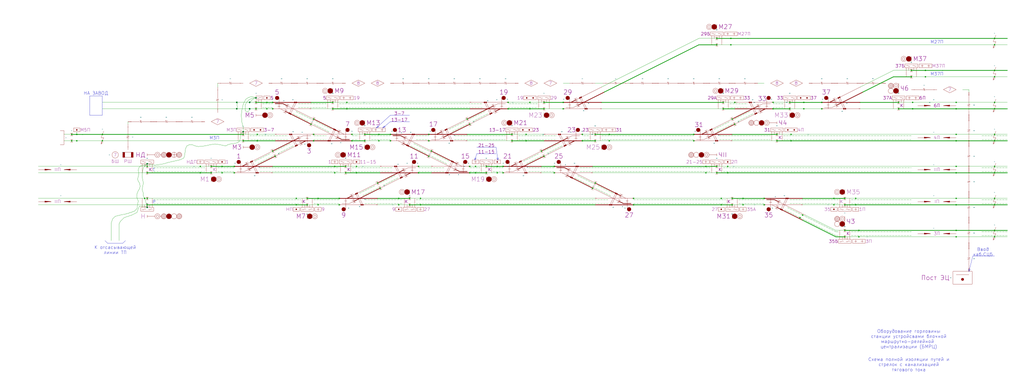
<source format=kicad_sch>
(kicad_sch (version 20250114) (generator "eeschema") (generator_version "9.0")
  (paper "User" 800 297)
  (title_block (company "АТ-451") (comment 1 "КП27.02.03.10.000 ГЧ") (comment 2 "Михайлов А.К.") (comment 3 "Ворона В.К."))
  (circle (center 185 80) (radius 0.5) (fill (type color) (color 0 0 0 1)))
  (circle (center 115 162) (radius 0.5) (fill (type color) (color 0 0 194 1)))
  (circle (center 195 80) (radius 0.5) (fill (type color) (color 0 0 0 1)))
  (circle (center 185 85) (radius 0.5) (fill (type color) (color 0 0 0 1)))
  (circle (center 190 103) (radius 0.5) (fill (type color) (color 0 0 0 1)))
  (circle (center 200 76.5) (radius 0.5) (fill (type color) (color 0 0 0 1)))
  (rectangle (start 70 75) (end 80 90))
  (circle (center 115 128) (radius 0.5) (fill (type color) (color 0 0 194 1)))
  (circle (center 195 85) (radius 0.5) (fill (type color) (color 0 0 0 1)))
  (text "М3П" (at 167.5 108 0) (effects (font (size 2.5 2.5))))
  (text "Р" (at 119 159.5 0) (effects (font (size 2.5 2.5)) (justify left bottom)))
  (text "Ввод\nкаб.СЦБ" (at 768 197 0) (effects (font (size 2.5 2.5))))
  (text "Схема полной изоляции путей и\nстрелок с канализацией\nтягового тока" (at 710 285 0) (effects (font (size 2.5 2.5))))
  (text "Т" (at 119 134.5 0) (effects (font (size 2.5 2.5)) (justify left bottom)))
  (text "К отсасывающей\nлинии ТП" (at 90 192 0) (effects (font (size 2.5 2.5)) (justify top)))
  (text "НА ЗАВОД" (at 75 73 0) (effects (font (size 2.5 2.5))))
  (text "М37П" (at 732 58 0) (effects (font (size 2.5 2.5))))
  (text "М27П" (at 732 33 0) (effects (font (size 2.5 2.5))))
  (text "Оборудование горловины\nстанции устройсвами блочной\nмаршрутно-релейной \nцентрализации (БМРЦ)" (at 710 265 0) (effects (font (size 2.5 2.5))))
  (junction (at 115 130))
  (junction (at 213 118))
  (junction (at 183 130))
  (junction (at 425 85))
  (junction (at 660 155))
  (junction (at 367 135))
  (junction (at 371.5 130))
  (junction (at 115 128))
  (junction (at 270 135))
  (junction (at 411 105))
  (junction (at 625 170))
  (junction (at 560 130))
  (junction (at 723 60))
  (junction (at 397 80))
  (junction (at 607 105))
  (junction (at 777 105))
  (junction (at 231.5 155))
  (junction (at 335 122))
  (junction (at 597 160))
  (junction (at 642 80))
  (junction (at 260 80))
  (junction (at 777 160))
  (junction (at 60 110))
  (junction (at 414 80))
  (junction (at 777 85))
  (junction (at 597 155))
  (junction (at 713 80))
  (junction (at 713 85))
  (junction (at 627 168))
  (junction (at 278.5 130))
  (junction (at 367 97))
  (junction (at 113 155))
  (junction (at 777 35))
  (junction (at 747 155))
  (junction (at 156.5 130))
  (junction (at 607 110))
  (junction (at 563.5 160))
  (junction (at 495 155))
  (junction (at 208.5 80))
  (junction (at 190 103))
  (junction (at 542 110))
  (junction (at 565 80))
  (junction (at 604 80))
  (junction (at 393 135))
  (junction (at 60 105))
  (junction (at 327 130))
  (junction (at 604 85))
  (junction (at 201 110))
  (junction (at 165 135))
  (junction (at 568.5 135))
  (junction (at 465 143))
  (junction (at 476 110))
  (junction (at 195 85))
  (junction (at 671 185))
  (junction (at 328.5 160))
  (junction (at 275 105))
  (junction (at 777 55))
  (junction (at 617 85))
  (junction (at 165 130))
  (junction (at 275 110))
  (junction (at 551.5 130))
  (junction (at 243 97))
  (junction (at 642 85))
  (junction (at 463 147))
  (junction (at 173.5 135))
  (junction (at 777 180))
  (junction (at 572 155))
  (junction (at 423 118))
  (junction (at 433 130))
  (junction (at 571 30))
  (junction (at 208.5 85))
  (junction (at 380 135))
  (junction (at 371.5 135))
  (junction (at 213 80))
  (junction (at 261.5 135))
  (junction (at 183 135))
  (junction (at 440 85))
  (junction (at 190 110))
  (junction (at 571 35))
  (junction (at 335 110))
  (junction (at 320 160))
  (junction (at 285 105))
  (junction (at 712 55))
  (junction (at 712 60))
  (junction (at 248.5 160))
  (junction (at 777 80))
  (junction (at 305 105))
  (junction (at 618 110))
  (junction (at 671 180))
  (junction (at 777 30))
  (junction (at 195 80))
  (junction (at 296 110))
  (junction (at 261.5 130))
  (junction (at 668.5 155))
  (junction (at 747 105))
  (junction (at 747 185))
  (junction (at 660 160))
  (junction (at 231.5 160))
  (junction (at 190 105))
  (junction (at 702 80))
  (junction (at 156.5 135))
  (junction (at 651.5 155))
  (junction (at 380 130))
  (junction (at 285 110))
  (junction (at 433 135))
  (junction (at 574 97))
  (junction (at 668.5 160))
  (junction (at 388.5 130))
  (junction (at 397 85))
  (junction (at 327 135))
  (junction (at 747 80))
  (junction (at 414 85))
  (junction (at 265 160))
  (junction (at 271 85))
  (junction (at 305 110))
  (junction (at 574 80))
  (junction (at 723 55))
  (junction (at 551.5 135))
  (junction (at 777 135))
  (junction (at 455 105))
  (junction (at 400 105))
  (junction (at 560 135))
  (junction (at 580.5 160))
  (junction (at 400 110))
  (junction (at 411 110))
  (junction (at 245 110))
  (junction (at 185 85))
  (junction (at 495 160))
  (junction (at 580.5 155))
  (junction (at 563.5 155))
  (junction (at 337 118))
  (junction (at 56 105))
  (junction (at 747 180))
  (junction (at 270 130))
  (junction (at 240 160))
  (junction (at 476 105))
  (junction (at 542 105))
  (junction (at 465 110))
  (junction (at 560 30))
  (junction (at 200 85))
  (junction (at 335 105))
  (junction (at 311.5 160))
  (junction (at 185 80))
  (junction (at 702 85))
  (junction (at 115 135))
  (junction (at 271 80))
  (junction (at 572 93))
  (junction (at 777 60))
  (junction (at 747 160))
  (junction (at 617 80))
  (junction (at 628 85))
  (junction (at 660 180))
  (junction (at 245 105))
  (junction (at 296 105))
  (junction (at 265 155))
  (junction (at 245 93))
  (junction (at 747 85))
  (junction (at 248.5 155))
  (junction (at 115 162))
  (junction (at 465 105))
  (junction (at 777 130))
  (junction (at 311.5 155))
  (junction (at 425 80))
  (junction (at 747 135))
  (junction (at 328.5 155))
  (junction (at 572 160))
  (junction (at 777 110))
  (junction (at 200 80))
  (junction (at 747 130))
  (junction (at 568.5 130))
  (junction (at 388.5 135))
  (junction (at 393 130))
  (junction (at 455 110))
  (junction (at 295 143))
  (junction (at 777 185))
  (junction (at 201 105))
  (junction (at 365 93))
  (junction (at 660 185))
  (junction (at 200 76.5))
  (junction (at 777 155))
  (junction (at 565 85))
  (junction (at 278.5 135))
  (junction (at 425 122))
  (junction (at 213 85))
  (junction (at 260 85))
  (junction (at 628 80))
  (junction (at 367 130))
  (junction (at 115 155))
  (junction (at 651.5 160))
  (junction (at 440 80))
  (junction (at 747 110))
  (junction (at 80 110))
  (junction (at 618 105))
  (junction (at 320 155))
  (junction (at 56 110))
  (junction (at 560 35))
  (junction (at 240 155))
  (junction (at 80 105))
  (junction (at 297 147))
  (junction (at 173.5 130))
  (junction (at 115 160))
  (junction (at 215 122))
  (wire (pts (xy 111 136) (xy 111 138)))
  (wire (pts (xy 120 131) (xy 160 131)) (stroke (width 0) (type dash)))
  (wire (pts (xy 397 85) (xy 414 85)) (stroke (width 0.5)))
  (wire (pts (xy 30 130) (xy 115 130)))
  (wire (pts (xy 165 135) (xy 173.5 135)))
  (wire (pts (xy 584 84) (xy 570 84)) (stroke (width 0) (type dash)))
  (wire (pts (xy 653 184) (xy 655 184)) (stroke (width 0) (type dash)))
  (wire (pts (xy 247 95) (xy 259 101)) (stroke (width 0) (type dash)))
  (wire (pts (xy 351 101) (xy 363 95)) (stroke (width 0) (type dash)))
  (wire (pts (xy 320 155) (xy 328.5 155)))
  (wire (pts (xy 767 134) (xy 787 134)) (stroke (width 0) (type dash)))
  (wire (pts (xy 604 85) (xy 617 85)) (stroke (width 0.5)))
  (wire (pts (xy 198.5 76.5) (xy 196.5 77)))
  (wire (pts (xy 617 159) (xy 655 159)) (stroke (width 0) (type dash)))
  (wire (pts (xy 56 105) (xy 60 105)) (stroke (width 0.5)))
  (wire (pts (xy 190 81.5) (xy 192 77.5)))
  (wire (pts (xy 270 130) (xy 278.5 130)))
  (wire (pts (xy 542 109) (xy 470 109)) (stroke (width 0) (type dash)))
  (wire (pts (xy 367 131) (xy 375 131)) (stroke (width 0) (type dash)))
  (wire (pts (xy 371.5 135) (xy 380 135)) (stroke (width 0.5)))
  (wire (pts (xy 208.5 80) (xy 213 80)) (stroke (width 0.5)))
  (wire (pts (xy 653 181) (xy 627 168)) (stroke (width 0) (type dash)))
  (wire (pts (xy 465 110) (xy 476 110)))
  (wire (pts (xy 572 160) (xy 580.5 160)))
  (wire (pts (xy 187.5 109) (xy 187 110.5)))
  (wire (pts (xy 767 106) (xy 787 106)) (stroke (width 0) (type dash)))
  (wire (pts (xy 618 105) (xy 747 105)))
  (wire (pts (xy 203 134) (xy 265 134)) (stroke (width 0) (type dash)))
  (wire (pts (xy 113 155) (xy 114 158)))
  (wire (pts (xy 229 89) (xy 241 95)) (stroke (width 0) (type dash)))
  (wire (pts (xy 165 135) (xy 156.5 135)) (stroke (width 0.5)))
  (wire (pts (xy 349 128) (xy 337 122)) (stroke (width 0) (type dash)))
  (wire (pts (xy 245 156) (xy 265 156)) (stroke (width 0) (type dash)))
  (wire (pts (xy 627 160) (xy 651.5 160)))
  (wire (pts (xy 414 80) (xy 425 80)))
  (wire (pts (xy 397 84) (xy 420 84)) (stroke (width 0) (type dash)))
  (wire (pts (xy 141.5 124.5) (xy 143.5 123.5)))
  (polyline (pts (xy 758 210.5) (xy 757 212)))
  (wire (pts (xy 113 129) (xy 112 129)))
  (wire (pts (xy 612 84) (xy 604 84)) (stroke (width 0) (type dash)))
  (wire (pts (xy 196.5 77) (xy 194.5 78)))
  (wire (pts (xy 577 159) (xy 597 159)) (stroke (width 0) (type dash)))
  (wire (pts (xy 607 110) (xy 618 110)) (stroke (width 0.5)))
  (wire (pts (xy 192 77.5) (xy 194.5 76)))
  (wire (pts (xy 240 160) (xy 248.5 160)))
  (wire (pts (xy 388.5 135) (xy 393 135)))
  (wire (pts (xy 339 120) (xy 351 126)) (stroke (width 0) (type dash)))
  (polyline (pts (xy 295 98.5) (xy 296 99)))
  (wire (pts (xy 112 143) (xy 111 148)))
  (wire (pts (xy 115 162) (xy 112 161)))
  (wire (pts (xy 405 109) (xy 435 109)) (stroke (width 0) (type dash)))
  (wire (pts (xy 296 105) (xy 305 105)) (stroke (width 0.5)))
  (wire (pts (xy 99 167) (xy 94 168)))
  (wire (pts (xy 112 129) (xy 110 129.5)))
  (wire (pts (xy 365 110) (xy 400 110)))
  (wire (pts (xy 200 76.5) (xy 198.5 77)))
  (wire (pts (xy 187 110.5) (xy 185.5 111.5)))
  (wire (pts (xy 311.5 155) (xy 295 155)) (stroke (width 0.5)))
  (wire (pts (xy 191.5 86.5) (xy 193.5 87.5)))
  (wire (pts (xy 651.5 155) (xy 660 155)))
  (wire (pts (xy 109 143) (xy 109.5 145.5)))
  (wire (pts (xy 171.5 113) (xy 174 113.5)))
  (wire (pts (xy 111 148) (xy 112 151)))
  (wire (pts (xy 414 85) (xy 425 85)) (stroke (width 0.5)))
  (wire (pts (xy 777 130) (xy 787 130)))
  (wire (pts (xy 311.5 160) (xy 295 160)))
  (wire (pts (xy 112 131) (xy 111 136)))
  (wire (pts (xy 80 110) (xy 190 110)))
  (polyline (pts (xy 299 100) (xy 301 99)))
  (wire (pts (xy 213 130) (xy 261.5 130)) (stroke (width 0.5)))
  (wire (pts (xy 777 105) (xy 787 105)))
  (polyline (pts (xy 389.5 123.5) (xy 388 123.5)))
  (wire (pts (xy 191.5 82) (xy 191.5 86.5)))
  (wire (pts (xy 112 151) (xy 112 153)))
  (wire (pts (xy 757 70) (xy 757 72)))
  (wire (pts (xy 97 170) (xy 103 168)))
  (wire (pts (xy 164.5 113) (xy 168 112.5)))
  (wire (pts (xy 380 130) (xy 388.5 130)) (stroke (width 0.5)))
  (wire (pts (xy 87 174) (xy 88 171)))
  (wire (pts (xy 30 160) (xy 115 160)))
  (wire (pts (xy 570 81) (xy 584 81)) (stroke (width 0) (type dash)))
  (wire (pts (xy 568.5 135) (xy 747 135)) (stroke (width 0.5)))
  (wire (pts (xy 460 106) (xy 455 106)) (stroke (width 0) (type dash)))
  (wire (pts (xy 146 114) (xy 148 113)))
  (wire (pts (xy 275 109) (xy 280 109)) (stroke (width 0) (type dash)))
  (wire (pts (xy 30 135) (xy 115 135)))
  (polyline (pts (xy 760 200) (xy 757 212)))
  (wire (pts (xy 275 131) (xy 307 131)) (stroke (width 0) (type dash)))
  (wire (pts (xy 617 85) (xy 628 85)))
  (wire (pts (xy 576 80) (xy 574 80)))
  (wire (pts (xy 190 103) (xy 189 103.5)))
  (wire (pts (xy 767 181) (xy 787 181)) (stroke (width 0) (type dash)))
  (wire (pts (xy 560 130) (xy 568.5 130)))
  (wire (pts (xy 290 106) (xy 305 106)) (stroke (width 0) (type dash)))
  (wire (pts (xy 367 134) (xy 375 134)) (stroke (width 0) (type dash)))
  (wire (pts (xy 476 105) (xy 542 105)) (stroke (width 0.5)))
  (wire (pts (xy 80 80) (xy 185 80)))
  (wire (pts (xy 767 109) (xy 787 109)) (stroke (width 0) (type dash)))
  (wire (pts (xy 672 85) (xy 702 85)))
  (wire (pts (xy 285 105) (xy 296 105)))
  (wire (pts (xy 558 101) (xy 570 95)) (stroke (width 0) (type dash)))
  (wire (pts (xy 560 35) (xy 571 35)))
  (wire (pts (xy 747 180) (xy 777 180)) (stroke (width 0.5)))
  (wire (pts (xy 463 135) (xy 551.5 135)))
  (wire (pts (xy 767 156) (xy 787 156)) (stroke (width 0) (type dash)))
  (wire (pts (xy 112 153) (xy 113 155)))
  (wire (pts (xy 747 130) (xy 777 130)))
  (wire (pts (xy 115 155) (xy 231.5 155)))
  (wire (pts (xy 777 110) (xy 787 110)) (stroke (width 0.5)))
  (wire (pts (xy 560 30) (xy 571 30)) (stroke (width 0.5)))
  (wire (pts (xy 245 106) (xy 255 106)) (stroke (width 0) (type dash)))
  (wire (pts (xy 115 130) (xy 156.5 130)))
  (wire (pts (xy 213 84) (xy 205 84)) (stroke (width 0) (type dash)))
  (wire (pts (xy 592 65) (xy 597 65)))
  (wire (pts (xy 660 155) (xy 668.5 155)))
  (wire (pts (xy 195 106) (xy 225 106)) (stroke (width 0) (type dash)))
  (wire (pts (xy 337 130) (xy 327 130)))
  (wire (pts (xy 195 80) (xy 200 80)))
  (wire (pts (xy 747 135) (xy 777 135)) (stroke (width 0.5)))
  (wire (pts (xy 546 30) (xy 560 30)))
  (wire (pts (xy 562 106) (xy 602 106)) (stroke (width 0) (type dash)))
  (wire (pts (xy 337 135) (xy 327 135)) (stroke (width 0.5)))
  (wire (pts (xy 115 162) (xy 114 158)))
  (polyline (pts (xy 305 95) (xy 299 100)) (stroke (width 0) (type solid)))
  (wire (pts (xy 296 105) (xy 305 105)))
  (wire (pts (xy 245 109) (xy 255 109)) (stroke (width 0) (type dash)))
  (wire (pts (xy 243 85) (xy 260 85)))
  (wire (pts (xy 160 114) (xy 164.5 113)))
  (wire (pts (xy 651.5 160) (xy 660 160)))
  (wire (pts (xy 245 159) (xy 265 159)) (stroke (width 0) (type dash)))
  (wire (pts (xy 572 97) (xy 560 103)) (stroke (width 0) (type dash)))
  (wire (pts (xy 572 155) (xy 580.5 155)) (stroke (width 0.5)))
  (wire (pts (xy 296 110) (xy 305 110)))
  (wire (pts (xy 185.5 81) (xy 185 82)))
  (wire (pts (xy 651.5 155) (xy 660 155)) (stroke (width 0.5)))
  (wire (pts (xy 108 163) (xy 107 166)))
  (wire (pts (xy 470 68) (xy 546 30)))
  (wire (pts (xy 712 60) (xy 723 60)))
  (wire (pts (xy 572 105) (xy 607 105)) (stroke (width 0.5)))
  (wire (pts (xy 470 85) (xy 565 85)))
  (wire (pts (xy 281 151) (xy 293 145)) (stroke (width 0) (type dash)))
  (wire (pts (xy 580.5 155) (xy 597 155)) (stroke (width 0.5)))
  (wire (pts (xy 580.5 160) (xy 597 160)))
  (wire (pts (xy 87 174) (xy 87 188)))
  (wire (pts (xy 295 147) (xy 283 153)) (stroke (width 0) (type dash)))
  (wire (pts (xy 108 157) (xy 107 163)))
  (wire (pts (xy 198.5 77) (xy 197 78)))
  (wire (pts (xy 747 185) (xy 777 185)))
  (wire (pts (xy 612 81) (xy 604 81)) (stroke (width 0) (type dash)))
  (polyline (pts (xy 294 100) (xy 295 98.5)))
  (wire (pts (xy 747 105) (xy 777 105)))
  (wire (pts (xy 94 168) (xy 90 169)))
  (wire (pts (xy 170 131) (xy 183 131)) (stroke (width 0) (type dash)))
  (wire (pts (xy 109.5 145.5) (xy 109 147.5)))
  (wire (pts (xy 311.5 160) (xy 320 160)))
  (wire (pts (xy 285 159) (xy 315 159)) (stroke (width 0) (type dash)))
  (polyline (pts (xy 300 98.5) (xy 299 100)))
  (wire (pts (xy 189 103.5) (xy 188.5 104)))
  (wire (pts (xy 170 134) (xy 183 134)) (stroke (width 0) (type dash)))
  (wire (pts (xy 121 129) (xy 115 128)))
  (wire (pts (xy 285 105) (xy 296 105)) (stroke (width 0.5)))
  (wire (pts (xy 702 85) (xy 713 85)) (stroke (width 0.5)))
  (wire (pts (xy 225 109) (xy 195 109)) (stroke (width 0) (type dash)))
  (wire (pts (xy 653 185) (xy 660 185)) (stroke (width 0.5)))
  (wire (pts (xy 190 99.5) (xy 189 95.5)))
  (wire (pts (xy 495 160) (xy 563.5 160)) (stroke (width 0.5)))
  (wire (pts (xy 231.5 160) (xy 240 160)) (stroke (width 0.5)))
  (wire (pts (xy 260 80) (xy 271 80)))
  (wire (pts (xy 255 84) (xy 233 84)) (stroke (width 0) (type dash)))
  (polyline (pts (xy 301 99) (xy 300 98.5)))
  (wire (pts (xy 327 131) (xy 347 131)) (stroke (width 0) (type dash)))
  (wire (pts (xy 413 134) (xy 433 134)) (stroke (width 0) (type dash)))
  (polyline (pts (xy 371 123.5) (xy 371 125)))
  (wire (pts (xy 320 160) (xy 328.5 160)) (stroke (width 0.5)))
  (wire (pts (xy 460 109) (xy 455 109)) (stroke (width 0) (type dash)))
  (wire (pts (xy 321 114) (xy 333 120)) (stroke (width 0) (type dash)))
  (wire (pts (xy 423 122) (xy 411 128)) (stroke (width 0) (type dash)))
  (wire (pts (xy 248.5 155) (xy 265 155)) (stroke (width 0.5)))
  (wire (pts (xy 173.5 135) (xy 183 135)))
  (wire (pts (xy 671 180) (xy 747 180)) (stroke (width 0.5)))
  (wire (pts (xy 752 70) (xy 757 70)))
  (wire (pts (xy 311 139) (xy 299 145)) (stroke (width 0) (type dash)))
  (wire (pts (xy 325 109) (xy 335 109)) (stroke (width 0) (type dash)))
  (wire (pts (xy 617 156) (xy 655 156)) (stroke (width 0) (type dash)))
  (wire (pts (xy 176 114) (xy 176.5 114)))
  (wire (pts (xy 271 80) (xy 367 80)))
  (wire (pts (xy 185.5 83) (xy 185 85)))
  (polyline (pts (xy 387.5 120) (xy 372.5 120)))
  (polyline (pts (xy 320 95) (xy 305 95)))
  (wire (pts (xy 185 80) (xy 195 80)))
  (wire (pts (xy 627 172) (xy 653 185)) (stroke (width 0.5)))
  (wire (pts (xy 672 80) (xy 702 80)) (stroke (width 0.5)))
  (wire (pts (xy 188.5 104) (xy 188 106)))
  (wire (pts (xy 270 135) (xy 278.5 135)) (stroke (width 0.5)))
  (wire (pts (xy 723 60) (xy 777 60)))
  (wire (pts (xy 777 85) (xy 787 85)) (stroke (width 0.5)))
  (wire (pts (xy 60 110) (xy 80 110)))
  (wire (pts (xy 199 76) (xy 200 76.5)))
  (wire (pts (xy 201 110) (xy 215 110)) (stroke (width 0.5)))
  (wire (pts (xy 311.5 155) (xy 320 155)) (stroke (width 0.5)))
  (wire (pts (xy 411 105) (xy 425 105)))
  (wire (pts (xy 105 165) (xy 99 167)))
  (wire (pts (xy 108 133) (xy 108.5 136)))
  (wire (pts (xy 463 130) (xy 551.5 130)) (stroke (width 0.5)))
  (wire (pts (xy 229 114) (xy 217 120)) (stroke (width 0) (type dash)))
  (wire (pts (xy 520 160) (xy 495 160)))
  (wire (pts (xy 777 155) (xy 787 155)))
  (wire (pts (xy 453 131) (xy 555 131)) (stroke (width 0) (type dash)))
  (wire (pts (xy 265 81) (xy 377 81)) (stroke (width 0) (type dash)))
  (wire (pts (xy 110 129.5) (xy 108.5 131)))
  (wire (pts (xy 194.5 76) (xy 196.5 75.5)))
  (wire (pts (xy 188.5 90) (xy 189 86)))
  (wire (pts (xy 465 65) (xy 471 65)))
  (wire (pts (xy 93 175) (xy 93 188)))
  (wire (pts (xy 200 80) (xy 208.5 80)) (stroke (width 0.5)))
  (wire (pts (xy 588 89) (xy 576 95)) (stroke (width 0) (type dash)))
  (wire (pts (xy 698 55) (xy 712 55)))
  (wire (pts (xy 185 80) (xy 185.5 81)))
  (wire (pts (xy 200 76.5) (xy 198.5 76.5)))
  (wire (pts (xy 747 160) (xy 777 160)) (stroke (width 0.5)))
  (wire (pts (xy 109 161) (xy 108 163)))
  (wire (pts (xy 190 105) (xy 201 105)))
  (wire (pts (xy 113 129) (xy 115 128)))
  (wire (pts (xy 115 135) (xy 156.5 135)) (stroke (width 0.5)))
  (wire (pts (xy 108.5 131) (xy 108 133)))
  (wire (pts (xy 712 55) (xy 723 55)) (stroke (width 0.5)))
  (wire (pts (xy 371.5 130) (xy 380 130)))
  (wire (pts (xy 195 86) (xy 195 85)))
  (wire (pts (xy 367 130) (xy 371.5 130)))
  (wire (pts (xy 60 103) (xy 60 105)))
  (wire (pts (xy 777 80) (xy 787 80)))
  (wire (pts (xy 240 155) (xy 248.5 155)) (stroke (width 0.5)))
  (wire (pts (xy 449 139) (xy 461 145)) (stroke (width 0) (type dash)))
  (wire (pts (xy 425 80) (xy 440 80)) (stroke (width 0.5)))
  (wire (pts (xy 174 113.5) (xy 176 114)))
  (wire (pts (xy 613 164) (xy 625 170)) (stroke (width 0) (type dash)))
  (wire (pts (xy 185.5 111.5) (xy 183.5 112)))
  (wire (pts (xy 574 93) (xy 586 87)) (stroke (width 0) (type dash)))
  (wire (pts (xy 193.5 87.5) (xy 195 86)))
  (wire (pts (xy 275 106) (xy 280 106)) (stroke (width 0) (type dash)))
  (wire (pts (xy 607 105) (xy 618 105)))
  (wire (pts (xy 747 110) (xy 777 110)) (stroke (width 0.5)))
  (wire (pts (xy 107 154.5) (xy 108 157)))
  (wire (pts (xy 463 143) (xy 451 137)) (stroke (width 0) (type dash)))
  (wire (pts (xy 665 159) (xy 712 159)) (stroke (width 0) (type dash)))
  (wire (pts (xy 120 156) (xy 235 156)) (stroke (width 0) (type dash)))
  (wire (pts (xy 572 110) (xy 607 110)))
  (wire (pts (xy 170 65) (xy 170 68)))
  (wire (pts (xy 453 134) (xy 555 134)) (stroke (width 0) (type dash)))
  (wire (pts (xy 777 30) (xy 787 30)) (stroke (width 0.5)))
  (wire (pts (xy 144.5 119.5) (xy 145 116)))
  (wire (pts (xy 495 159) (xy 567 159)) (stroke (width 0) (type dash)))
  (wire (pts (xy 455 110) (xy 465 110)) (stroke (width 0.5)))
  (wire (pts (xy 568.5 130) (xy 747 130)))
  (wire (pts (xy 777 35) (xy 787 35)))
  (wire (pts (xy 625 170) (xy 653 184)) (stroke (width 0) (type dash)))
  (wire (pts (xy 612 106) (xy 712 106)) (stroke (width 0) (type dash)))
  (wire (pts (xy 381 89) (xy 369 95)) (stroke (width 0) (type dash)))
  (polyline (pts (xy 757 212) (xy 756.5 210.5)))
  (polyline (pts (xy 372.5 115) (xy 387.5 115)))
  (wire (pts (xy 215 118) (xy 227 112)) (stroke (width 0) (type dash)))
  (wire (pts (xy 495 155) (xy 563.5 155)))
  (wire (pts (xy 112 161) (xy 109 161)))
  (wire (pts (xy 698 60) (xy 712 60)) (stroke (width 0.5)))
  (polyline (pts (xy 84 190) (xy 96 190)))
  (wire (pts (xy 546 35) (xy 560 35)) (stroke (width 0.5)))
  (wire (pts (xy 565 134) (xy 712 134)) (stroke (width 0) (type dash)))
  (wire (pts (xy 723 55) (xy 777 55)) (stroke (width 0.5)))
  (wire (pts (xy 120 134) (xy 160 134)) (stroke (width 0) (type dash)))
  (wire (pts (xy 94 173) (xy 97 170)))
  (wire (pts (xy 668.5 160) (xy 747 160)) (stroke (width 0.5)))
  (wire (pts (xy 285 156) (xy 315 156)) (stroke (width 0) (type dash)))
  (wire (pts (xy 193 79.5) (xy 191.5 82)))
  (wire (pts (xy 156.5 130) (xy 165 130)))
  (wire (pts (xy 747 80) (xy 777 80)))
  (wire (pts (xy 562 109) (xy 602 109)) (stroke (width 0) (type dash)))
  (wire (pts (xy 367 135) (xy 371.5 135)) (stroke (width 0.5)))
  (wire (pts (xy 205 81) (xy 213 81)) (stroke (width 0) (type dash)))
  (wire (pts (xy 173.5 130) (xy 183 130)) (stroke (width 0.5)))
  (wire (pts (xy 491 65) (xy 492 65)))
  (wire (pts (xy 674 72) (xy 698 60)) (stroke (width 0.5)))
  (wire (pts (xy 121 129) (xy 128 128)))
  (wire (pts (xy 455 105) (xy 465 105)))
  (wire (pts (xy 470 80) (xy 565 80)) (stroke (width 0.5)))
  (polyline (pts (xy 96 190) (xy 98 188)))
  (polyline (pts (xy 372 123.5) (xy 371 125)))
  (wire (pts (xy 203 131) (xy 265 131)) (stroke (width 0) (type dash)))
  (wire (pts (xy 777 185) (xy 787 185)))
  (polyline (pts (xy 756.5 210.5) (xy 758 210.5)))
  (wire (pts (xy 495 156) (xy 567 156)) (stroke (width 0) (type dash)))
  (wire (pts (xy 355 106) (xy 395 106)) (stroke (width 0) (type dash)))
  (wire (pts (xy 767 131) (xy 787 131)) (stroke (width 0) (type dash)))
  (wire (pts (xy 335 118) (xy 323 112)) (stroke (width 0) (type dash)))
  (wire (pts (xy 560 130) (xy 551.5 130)))
  (wire (pts (xy 93 175) (xy 94 173)))
  (wire (pts (xy 145 116) (xy 146 114)))
  (wire (pts (xy 365 105) (xy 400 105)) (stroke (width 0.5)))
  (wire (pts (xy 367 93) (xy 379 87)) (stroke (width 0) (type dash)))
  (wire (pts (xy 653 180) (xy 660 180)))
  (wire (pts (xy 231.5 155) (xy 240 155)))
  (wire (pts (xy 325 106) (xy 335 106)) (stroke (width 0) (type dash)))
  (wire (pts (xy 261.5 130) (xy 270 130)) (stroke (width 0.5)))
  (wire (pts (xy 411 110) (xy 425 110)) (stroke (width 0.5)))
  (wire (pts (xy 777 180) (xy 787 180)) (stroke (width 0.5)))
  (wire (pts (xy 767 159) (xy 787 159)) (stroke (width 0) (type dash)))
  (wire (pts (xy 180 112.5) (xy 178 113)))
  (wire (pts (xy 80 85) (xy 185 85)))
  (wire (pts (xy 565 131) (xy 712 131)) (stroke (width 0) (type dash)))
  (wire (pts (xy 702 80) (xy 713 80)))
  (wire (pts (xy 385 131) (xy 393 131)) (stroke (width 0) (type dash)))
  (wire (pts (xy 275 134) (xy 307 134)) (stroke (width 0) (type dash)))
  (wire (pts (xy 665 156) (xy 712 156)) (stroke (width 0) (type dash)))
  (wire (pts (xy 80 105) (xy 190 105)) (stroke (width 0.5)))
  (wire (pts (xy 628 85) (xy 642 85)))
  (wire (pts (xy 355 109) (xy 395 109)) (stroke (width 0) (type dash)))
  (wire (pts (xy 563.5 155) (xy 572 155)))
  (wire (pts (xy 243 80) (xy 260 80)) (stroke (width 0.5)))
  (wire (pts (xy 568.5 135) (xy 560 135)))
  (wire (pts (xy 655 181) (xy 653 181)))
  (wire (pts (xy 563.5 160) (xy 572 160)) (stroke (width 0.5)))
  (wire (pts (xy 328.5 155) (xy 465 155)))
  (wire (pts (xy 194.5 78) (xy 193 79.5)))
  (wire (pts (xy 108 149) (xy 107 151.5)))
  (wire (pts (xy 248.5 160) (xy 265 160)))
  (wire (pts (xy 470 106) (xy 542 106)) (stroke (width 0) (type dash)))
  (wire (pts (xy 672 68) (xy 698 55)))
  (polyline (pts (xy 296 99) (xy 294 100)))
  (wire (pts (xy 777 135) (xy 787 135)) (stroke (width 0.5)))
  (wire (pts (xy 604 80) (xy 617 80)))
  (polyline (pts (xy 387.5 115) (xy 389 125)))
  (wire (pts (xy 143.5 123.5) (xy 144 122.5)))
  (wire (pts (xy 195 80) (xy 197 78)))
  (wire (pts (xy 168 112.5) (xy 171.5 113)))
  (wire (pts (xy 278.5 135) (xy 297 135)) (stroke (width 0.5)))
  (wire (pts (xy 465 105) (xy 476 105)) (stroke (width 0.5)))
  (wire (pts (xy 112 131) (xy 115 128)))
  (wire (pts (xy 100 97) (xy 100 95)))
  (wire (pts (xy 477 153) (xy 465 147)) (stroke (width 0) (type dash)))
  (wire (pts (xy 377 84) (xy 265 84)) (stroke (width 0) (type dash)))
  (wire (pts (xy 60 105) (xy 80 105)) (stroke (width 0.5)))
  (wire (pts (xy 88 171) (xy 90 169)))
  (wire (pts (xy 113 155) (xy 115 155)))
  (wire (pts (xy 397 80) (xy 414 80)))
  (wire (pts (xy 565 85) (xy 574 85)) (stroke (width 0.5)))
  (wire (pts (xy 629 168) (xy 653 180)))
  (polyline (pts (xy 371 123.5) (xy 372 123.5)))
  (wire (pts (xy 120 159) (xy 235 159)) (stroke (width 0) (type dash)))
  (wire (pts (xy 571 35) (xy 777 35)))
  (wire (pts (xy 560 135) (xy 568.5 135)) (stroke (width 0.5)))
  (wire (pts (xy 185 82) (xy 185.5 83)))
  (wire (pts (xy 233 81) (xy 255 81)) (stroke (width 0) (type dash)))
  (wire (pts (xy 767 184) (xy 787 184)) (stroke (width 0) (type dash)))
  (wire (pts (xy 108.5 136) (xy 107.5 140)))
  (wire (pts (xy 148 113) (xy 150 113)))
  (wire (pts (xy 108 141.5) (xy 109 143)))
  (wire (pts (xy 627 155) (xy 651.5 155)) (stroke (width 0.5)))
  (wire (pts (xy 144 122.5) (xy 144.5 119.5)))
  (wire (pts (xy 617 80) (xy 628 80)) (stroke (width 0.5)))
  (wire (pts (xy 560 130) (xy 551.5 130)) (stroke (width 0.5)))
  (wire (pts (xy 152.5 114) (xy 155 114.5)))
  (wire (pts (xy 189 86) (xy 190 81.5)))
  (wire (pts (xy 433 135) (xy 423 135)))
  (wire (pts (xy 257 103) (xy 245 97)) (stroke (width 0) (type dash)))
  (wire (pts (xy 380 135) (xy 388.5 135)))
  (wire (pts (xy 420 81) (xy 397 81)) (stroke (width 0) (type dash)))
  (wire (pts (xy 271 85) (xy 367 85)) (stroke (width 0.5)))
  (wire (pts (xy 111 138) (xy 112 143)))
  (wire (pts (xy 103 168) (xy 107 166)))
  (polyline (pts (xy 388 123.5) (xy 389 125)))
  (wire (pts (xy 668.5 160) (xy 660 160)))
  (wire (pts (xy 713 80) (xy 747 80)))
  (wire (pts (xy 141.5 124.5) (xy 140 125)))
  (wire (pts (xy 260 85) (xy 271 85)) (stroke (width 0.5)))
  (wire (pts (xy 213 122) (xy 201 128)) (stroke (width 0) (type dash)))
  (polyline (pts (xy 82 188) (xy 84 190)))
  (wire (pts (xy 178 113) (xy 176.5 114)))
  (wire (pts (xy 297 143) (xy 309 137)) (stroke (width 0) (type dash)))
  (wire (pts (xy 365 97) (xy 353 103)) (stroke (width 0) (type dash)))
  (wire (pts (xy 328.5 160) (xy 465 160)) (stroke (width 0.5)))
  (wire (pts (xy 128 128) (xy 131 127)))
  (wire (pts (xy 660 180) (xy 671 180)) (stroke (width 0.5)))
  (wire (pts (xy 140 125) (xy 131 127)))
  (wire (pts (xy 571 30) (xy 777 30)) (stroke (width 0.5)))
  (wire (pts (xy 747 155) (xy 777 155)))
  (wire (pts (xy 409 126) (xy 421 120)) (stroke (width 0) (type dash)))
  (wire (pts (xy 213 135) (xy 261.5 135)))
  (wire (pts (xy 425 85) (xy 440 85)))
  (wire (pts (xy 190 103) (xy 190 99.5)))
  (wire (pts (xy 107.5 140) (xy 108 141.5)))
  (polyline (pts (xy 305 90) (xy 294 100)))
  (wire (pts (xy 577 156) (xy 597 156)) (stroke (width 0) (type dash)))
  (wire (pts (xy 190 110) (xy 201 110)) (stroke (width 0.5)))
  (wire (pts (xy 405 106) (xy 435 106)) (stroke (width 0) (type dash)))
  (wire (pts (xy 671 185) (xy 747 185)))
  (wire (pts (xy 747 85) (xy 777 85)) (stroke (width 0.5)))
  (polyline (pts (xy 777 200) (xy 760 200)))
  (wire (pts (xy 665 181) (xy 712 181)) (stroke (width 0) (type dash)))
  (polyline (pts (xy 372.5 120) (xy 371 125)))
  (wire (pts (xy 290 109) (xy 305 109)) (stroke (width 0) (type dash)))
  (wire (pts (xy 565 80) (xy 574 80)))
  (wire (pts (xy 278.5 130) (xy 297 130)))
  (polyline (pts (xy 320 90) (xy 305 90)))
  (wire (pts (xy 713 85) (xy 747 85)) (stroke (width 0.5)))
  (wire (pts (xy 467 145) (xy 479 151)) (stroke (width 0) (type dash)))
  (wire (pts (xy 208.5 85) (xy 213 85)))
  (wire (pts (xy 201 105) (xy 215 105)))
  (wire (pts (xy 285 110) (xy 296 110)))
  (wire (pts (xy 433 130) (xy 423 130)) (stroke (width 0.5)))
  (wire (pts (xy 660 160) (xy 668.5 160)) (stroke (width 0.5)))
  (wire (pts (xy 107 151.5) (xy 107 154.5)))
  (wire (pts (xy 612 109) (xy 712 109)) (stroke (width 0) (type dash)))
  (wire (pts (xy 188 106) (xy 187.5 109)))
  (wire (pts (xy 325 159) (xy 475 159)) (stroke (width 0) (type dash)))
  (wire (pts (xy 243 93) (xy 231 87)) (stroke (width 0) (type dash)))
  (wire (pts (xy 155 114.5) (xy 160 114)))
  (wire (pts (xy 413 131) (xy 433 131)) (stroke (width 0) (type dash)))
  (wire (pts (xy 627 168) (xy 615 162)) (stroke (width 0) (type dash)))
  (wire (pts (xy 425 118) (xy 437 112)) (stroke (width 0) (type dash)))
  (wire (pts (xy 400 110) (xy 411 110)) (stroke (width 0.5)))
  (wire (pts (xy 109 147.5) (xy 108 149)))
  (wire (pts (xy 185 85) (xy 195 85)))
  (wire (pts (xy 165 130) (xy 173.5 130)) (stroke (width 0.5)))
  (wire (pts (xy 777 55) (xy 787 55)) (stroke (width 0.5)))
  (wire (pts (xy 50 110) (xy 56 110)))
  (wire (pts (xy 150 113) (xy 152.5 114)))
  (wire (pts (xy 665 184) (xy 712 184)) (stroke (width 0) (type dash)))
  (wire (pts (xy 30 155) (xy 113 155)))
  (polyline (pts (xy 389 125) (xy 389.5 123.5)))
  (wire (pts (xy 107 163) (xy 105 165)))
  (wire (pts (xy 472 72) (xy 546 35)) (stroke (width 0.5)))
  (wire (pts (xy 777 60) (xy 787 60)))
  (wire (pts (xy 195 85) (xy 200 85)))
  (wire (pts (xy 325 156) (xy 475 156)) (stroke (width 0) (type dash)))
  (wire (pts (xy 476 110) (xy 542 110)))
  (wire (pts (xy 275 110) (xy 285 110)) (stroke (width 0.5)))
  (wire (pts (xy 777 160) (xy 787 160)) (stroke (width 0.5)))
  (wire (pts (xy 668.5 155) (xy 747 155)))
  (wire (pts (xy 347 134) (xy 327 134)) (stroke (width 0) (type dash)))
  (wire (pts (xy 183.5 112) (xy 180 112.5)))
  (wire (pts (xy 189 95.5) (xy 188.5 90)))
  (wire (pts (xy 440 65) (xy 445 65)))
  (wire (pts (xy 385 134) (xy 393 134)) (stroke (width 0) (type dash)))
  (wire (pts (xy 115 160) (xy 231.5 160)) (stroke (width 0.5)))
  (wire (pts (xy 618 110) (xy 747 110)) (stroke (width 0.5)))
  (wire (pts (xy 199 126) (xy 211 120)) (stroke (width 0) (type dash)))
  (wire (pts (xy 388.5 130) (xy 393 130)) (stroke (width 0.5)))
  (wire (pts (xy 560 135) (xy 551.5 135)))
  (wire (pts (xy 439 114) (xy 427 120)) (stroke (width 0) (type dash)))
  (wire (pts (xy 275 105) (xy 285 105)))
  (wire (pts (xy 261.5 135) (xy 270 135)))
  (wire (pts (xy 196.5 75.5) (xy 199 76)))
  (wire (pts (xy 660 185) (xy 671 185)))
  (wire (pts (xy 400 105) (xy 411 105)))
  (wire (pts (xy 200 85) (xy 208.5 85)))
  (wire (pts (xy 50 105) (xy 56 105)))
  (wire (pts (xy 56 110) (xy 60 110)))
  (wire (pts (xy 628 80) (xy 642 80)) (stroke (width 0.5)))
  (symbol (lib_id "SCB_Двухнитка:Привод") (at 270 160 0) (unit 1)
    (property "Reference" "СП?" (effects (hide yes)))
    (property "Value" "~" (at 271.85 162.5 0) (effects (justify left)))
    (property "Номер.стр." "9" (at 268.5 168 0) (effects (font (size 3.5 3.5))))
  )
  (symbol (lib_id "SCB_Двухнитка:Трансформатор_путевой_сдвоенный") (at 628 80 0) (mirror y) (unit 1)
    (property "Reference" "ЯП?" (effects (hide yes)))
    (property "Value" "~" (at 614.61 80 0) (effects (font (size 1.8 1.8))))
    (property "Секция1" "33" (effects (hide yes)))
    (property "Секция2" "37" (at 633 76.5 0) (effects (font (size 2.5 2.5)) (justify right)))
    (property "Частота1" "420/12" (effects (hide yes)))
    (property "Частота2" "720/8" (effects (hide yes)))
  )
  (symbol (lib_id "SCB:Входной") (at 115 169 180) (unit 1) (exclude_from_sim yes) (in_bom no) (on_board no)
    (property "Reference" "Входной1" (effects (hide yes)))
    (property "Литера" "Н" (at 114 169 0) (effects (font (size 3.5 3.5)) (justify left)))
    (property "ДвухнитеваяК" "2" (effects (hide yes)))
    (property "ДвухнитеваяЖ" "2" (effects (hide yes)))
    (property "Двухнитевая2Ж" "2" (effects (hide yes)))
    (property "ДвухнитеваяЗ" "2" (effects (hide yes)))
    (property "ДвухнитеваяБ" "2" (effects (hide yes)))
  )
  (symbol (lib_id "SCB_Двухнитка:Соединитель") (at 542 105 0) (unit 1)
    (property "Reference" "Соединитель?" (effects (hide yes)))
    (property "Value" "~" (at 560.94 105.75 0) (effects (justify left)))
  )
  (symbol (lib_id "SCB:Магистральный_кабель") (at 335 65 0) (unit 1)
    (property "Reference" "Магистральный_кабель?" (effects (hide yes)))
    (property "Value" "~" (at 335 61.52 0) (effects (font (size 1.8 1.8))))
  )
  (symbol (lib_id "SCB_Двухнитка:Электрификация") (at 777 155 0) (unit 1)
    (property "Reference" "Электротяга?" (effects (hide yes)))
    (property "Value" "~" (at 777 150.34 0))
  )
  (symbol (lib_id "SCB:Магистральный_кабель") (at 522 65 0) (unit 1)
    (property "Reference" "Магистральный_кабель1" (effects (hide yes)))
    (property "Value" "~" (at 522 61.52 0) (effects (font (size 1.8 1.8))))
  )
  (symbol (lib_id "SCB:Магистральный_кабель") (at 375 65 0) (unit 1)
    (property "Reference" "Магистральный_кабель?" (effects (hide yes)))
    (property "Value" "~" (at 375 61.52 0) (effects (font (size 1.8 1.8))))
  )
  (symbol (lib_id "SCB:Пост_ЭЦ") (at 752 212 0) (mirror y) (unit 1)
    (property "Reference" "ЭЦ?" (effects (hide yes)))
    (property "Value" "~" (at 743.34 217 0) (effects (justify left)))
    (property "Помещение" "Пост ЭЦ" (at 742 217 0) (effects (font (size 3.5 3.5)) (justify left)))
  )
  (symbol (lib_id "SCB_Двухнитка:Путь") (at 30 155 0) (mirror y) (unit 1)
    (property "Reference" "Путь?" (effects (hide yes)))
    (property "Value" "~" (at 47.5 152.88 0))
    (property "Путь" "IIП" (at 45 157.5 0) (effects (font (size 2.5 2.5))))
    (property "Длина" "900 м" (effects (hide yes)))
  )
  (symbol (lib_id "SCB_Двухнитка:Трансформатор_путевой") (at 668.5 160 0) (mirror x) (unit 2) (exclude_from_sim yes) (in_bom no) (on_board no)
    (property "Reference" "ЯР1П?" (effects (hide yes)))
    (property "Value" "~" (at 672.57 160 0) (effects (font (size 1.8 1.8))))
    (property "Частота" "420/12" (effects (hide yes)))
    (property "Секция1" "1П" (at 671 163.5 0) (effects (font (size 2.5 2.5)) (justify left)))
  )
  (symbol (lib_id "SCB_Двухнитка:Путь") (at 747 180 0) (unit 1)
    (property "Reference" "Путь?" (effects (hide yes)))
    (property "Value" "~" (at 729.5 178.28 0))
    (property "Путь" "3П" (at 732 182.5 0) (effects (font (size 2.5 2.5))))
    (property "Длина" "900 м" (effects (hide yes)))
  )
  (symbol (lib_id "SCB:Магистральный_кабель") (at 455 65 0) (unit 1)
    (property "Reference" "Магистральный_кабель?" (effects (hide yes)))
    (property "Value" "~" (at 455 61.52 0) (effects (font (size 1.8 1.8))))
  )
  (symbol (lib_id "SCB_Двухнитка:Стрелка_ДСШ") (at 597 160 0) (mirror x) (unit 1)
    (property "Reference" "Стрелка?" (effects (hide yes)))
    (property "Value" "~" (at 612.875 152.88 0) (effects (font (size 1.8 1.8))))
    (property "Номер.стр." "1" (effects (hide yes)))
  )
  (symbol (lib_id "SCB_Двухнитка:ДТ-1_сдвоенный") (at 697 80 0) (unit 1)
    (property "Reference" "ДТ?" (effects (hide yes)))
    (property "Value" "~" (at 702 72.87 0) (effects (font (size 1.8 1.8))))
    (property "Секция1" "1-9" (effects (hide yes)))
    (property "Секция2" "37А" (at 697 76.5 0) (effects (font (size 2.5 2.5)) (justify right)))
    (property "Кодирование1" "К" (at 706 82.5 0) (effects (font (size 2.5 2.5)) (justify right)))
    (property "Кодирование2" "К" (effects (hide yes)))
  )
  (symbol (lib_id "SCB:Магистральный_кабель") (at 110 95 0) (unit 1)
    (property "Reference" "Магистральный_кабель?" (effects (hide yes)))
    (property "Value" "~" (at 110 91.52 0) (effects (font (size 1.8 1.8))))
  )
  (symbol (lib_id "SCB_Двухнитка:Электрификация") (at 777 180 0) (unit 1)
    (property "Reference" "Электротяга?" (effects (hide yes)))
    (property "Value" "~" (at 777 175.74 0))
  )
  (symbol (lib_id "SCB:Маневровый_к") (at 617 90 0) (mirror y) (unit 1)
    (property "Reference" "Маневровый?" (effects (hide yes)))
    (property "Литера" "М33" (at 616 90 0) (effects (font (size 3.5 3.5)) (justify left)))
  )
  (symbol (lib_id "SCB_Двухнитка:Трансформатор_путевой") (at 651.5 160 180) (unit 1) (exclude_from_sim yes) (in_bom no) (on_board no)
    (property "Reference" "ЯП?" (effects (hide yes)))
    (property "Value" "~" (at 647.86 160 0) (effects (font (size 1.8 1.8)) (justify left)))
    (property "Частота" "420/12" (effects (hide yes)))
    (property "Секция1" "35" (at 649 163.5 0) (effects (font (size 2.5 2.5)) (justify left)))
  )
  (symbol (lib_id "SCB:Маневровый_к") (at 240 169 0) (mirror y) (unit 1)
    (property "Reference" "Маневровый?" (effects (hide yes)))
    (property "Литера" "М7" (at 239 169 0) (effects (font (size 3.5 3.5)) (justify left)))
  )
  (symbol (lib_id "SCB_Двухнитка:Трансформатор_путевой") (at 388.5 130 0) (unit 1) (exclude_from_sim yes) (in_bom no) (on_board no)
    (property "Reference" "ЯП21-?" (effects (hide yes)))
    (property "Value" "~" (at 396 130 0) (effects (font (size 1.8 1.8)) (justify left)))
    (property "Частота" "420/12" (effects (hide yes)))
    (property "Секция1" "21-25" (at 380 115 0) (effects (font (size 2.5 2.5)) (justify bottom)))
  )
  (symbol (lib_id "SCB_Двухнитка:Изостыки_без_контроля_отв") (at 366 95 0) (unit 1)
    (property "Reference" "Изостыки?" (effects (hide yes)))
    (property "Value" "~" (at 369.57 95 0) (effects (justify left)))
  )
  (symbol (lib_id "SCB_Двухнитка:Стрелка_ДСШ") (at 433 135 0) (mirror x) (unit 1)
    (property "Reference" "Стрелка?" (effects (hide yes)))
    (property "Value" "~" (at 448.875 127.48 0) (effects (font (size 1.8 1.8))))
    (property "Номер.стр." "1" (effects (hide yes)))
  )
  (symbol (lib_id "SCB_Двухнитка:Стрелка_ДСШ") (at 245 110 180) (unit 2)
    (property "Reference" "Стрелка?" (effects (hide yes)))
    (property "Value" "~" (at 229 102.87 0) (effects (font (size 1.8 1.8))))
    (property "Номер.стр." "1" (effects (hide yes)))
  )
  (symbol (lib_id "SCB:Маневровый_к") (at 380 140 0) (mirror y) (unit 1)
    (property "Reference" "Маневровый?" (effects (hide yes)))
    (property "Литера" "М19" (at 379 140 0) (effects (font (size 3.5 3.5)) (justify left)))
  )
  (symbol (lib_id "SCB_Двухнитка:ДТ-1_сдвоенный") (at 110 130 0) (unit 1)
    (property "Reference" "ДТ?" (effects (hide yes)))
    (property "Value" "~" (at 115 123.67 0) (effects (font (size 1.8 1.8))))
    (property "Секция1" "1-9" (effects (hide yes)))
    (property "Секция2" "2П" (effects (hide yes)))
    (property "Кодирование1" "К" (at 119 132.5 0) (effects (font (size 2.5 2.5)) (justify right)))
    (property "Кодирование2" "К" (effects (hide yes)))
  )
  (symbol (lib_id "SCB_Двухнитка:Изостыки_без_контроля_отв") (at 573 95 0) (unit 1)
    (property "Reference" "Изостыки?" (effects (hide yes)))
    (property "Value" "~" (at 576.43 95 0) (effects (justify left)))
  )
  (symbol (lib_id "SCB_Двухнитка:Электрификация") (at 777 80 0) (unit 1)
    (property "Reference" "Электротяга?" (effects (hide yes)))
    (property "Value" "~" (at 777 75.41 0))
  )
  (symbol (lib_id "SCB_Двухнитка:Стрелка_ДСШ") (at 275 105 0) (mirror y) (unit 1)
    (property "Reference" "Стрелка?" (effects (hide yes)))
    (property "Value" "~" (at 259.125 112.24 0) (effects (font (size 1.8 1.8))))
    (property "Номер.стр." "1" (effects (hide yes)))
  )
  (symbol (lib_id "SCB_Двухнитка:Стрелка_ДСШ") (at 393 130 0) (unit 2)
    (property "Reference" "Стрелка?" (effects (hide yes)))
    (property "Value" "~" (at 409 137.16 0) (effects (font (size 1.8 1.8))))
    (property "Номер.стр." "1" (effects (hide yes)))
  )
  (symbol (lib_id "SCB:Магистральный_кабель") (at 757 162 90) (unit 1)
    (property "Reference" "Магистральный_?" (effects (hide yes)))
    (property "Value" "~" (at 760.23 162 90) (effects (font (size 1.8 1.8)) (justify right)))
  )
  (symbol (lib_id "SCB_Двухнитка:Трансформатор_путевой") (at 156.5 130 0) (mirror y) (unit 2) (exclude_from_sim yes) (in_bom no) (on_board no)
    (property "Reference" "ЯРНДП?" (effects (hide yes)))
    (property "Value" "~" (at 152.4 130 0) (effects (font (size 1.8 1.8)) (justify left)))
    (property "Частота" "420/12" (effects (hide yes)))
    (property "Секция1" "НДП" (at 154 126.5 0) (effects (font (size 2.5 2.5)) (justify left)))
  )
  (symbol (lib_id "SCB_Двухнитка:Электрификация") (at 80 105 0) (unit 1)
    (property "Reference" "Электротяга?" (effects (hide yes)))
    (property "Value" "~" (at 80 100.81 0))
  )
  (symbol (lib_id "SCB_Двухнитка:Стрелка_ДСШ") (at 455 110 180) (unit 2)
    (property "Reference" "Стрелка?" (effects (hide yes)))
    (property "Value" "~" (at 439 102.87 0) (effects (font (size 1.8 1.8))))
    (property "Номер.стр." "1" (effects (hide yes)))
  )
  (symbol (lib_id "SCB_Двухнитка:Муфта_ЭЦ") (at 622 65 0) (unit 1)
    (property "Reference" "К?" (effects (hide yes)))
    (property "Направления" "8" (at 622 65 0) (effects (font (size 2.5 2.5))))
    (property "Ордината" "(720)" (effects (hide yes)))
    (property "Литера" "СТ1" (effects (hide yes)))
  )
  (symbol (lib_id "SCB_Двухнитка:ДТ-1_сдвоенный") (at 602 105 0) (unit 1)
    (property "Reference" "ДТ?" (effects (hide yes)))
    (property "Value" "~" (at 607 98.27 0) (effects (font (size 1.8 1.8))))
    (property "Секция1" "1-9" (effects (hide yes)))
    (property "Секция2" "31" (at 602 101.5 0) (effects (font (size 2.5 2.5)) (justify right)))
    (property "Кодирование1" "К" (at 611 107.5 0) (effects (font (size 2.5 2.5)) (justify right)))
    (property "Кодирование2" "К" (effects (hide yes)))
  )
  (symbol (lib_id "SCB_Двухнитка:Электрификация") (at 777 105 0) (unit 1)
    (property "Reference" "Электротяга?" (effects (hide yes)))
    (property "Value" "~" (at 777 100.81 0))
  )
  (symbol (lib_id "SCB_Двухнитка:Соединитель") (at 327 135 180) (unit 1)
    (property "Reference" "Соединитель?" (effects (hide yes)))
    (property "Value" "~" (at 318.125 127.48 0))
  )
  (symbol (lib_id "SCB_Двухнитка:Стрелка_ДСШ") (at 213 85 0) (mirror x) (unit 1)
    (property "Reference" "Стрелка?" (effects (hide yes)))
    (property "Value" "~" (at 228.875 77.95 0) (effects (font (size 1.8 1.8))))
    (property "Номер.стр." "1" (effects (hide yes)))
  )
  (symbol (lib_id "SCB_Двухнитка:Муфта_ЭЦ") (at 430 65 0) (unit 1)
    (property "Reference" "К?" (effects (hide yes)))
    (property "Направления" "7" (at 430 65 0) (effects (font (size 2.5 2.5))))
    (property "Ордината" "(720)" (effects (hide yes)))
    (property "Литера" "СТ1" (effects (hide yes)))
  )
  (symbol (lib_id "SCB_Двухнитка:Трансформатор_путевой_сдвоенный") (at 571 30 0) (unit 2)
    (property "Reference" "ЯРМ29П?" (effects (hide yes)))
    (property "Value" "~" (at 584.39 30 0) (effects (font (size 1.8 1.8))))
    (property "Секция1" "М27П" (at 576 26.5 0) (effects (font (size 2.5 2.5)) (justify left)))
    (property "Секция2" "2П" (effects (hide yes)))
    (property "Частота1" "420/12" (effects (hide yes)))
    (property "Частота2" "720/8" (effects (hide yes)))
  )
  (symbol (lib_id "SCB_Двухнитка:Трансформатор_путевой") (at 231.5 160 180) (unit 1) (exclude_from_sim yes) (in_bom no) (on_board no)
    (property "Reference" "ЯПНП?" (effects (hide yes)))
    (property "Value" "~" (at 223.9 160 0) (effects (font (size 1.8 1.8)) (justify left)))
    (property "Частота" "420/12" (effects (hide yes)))
    (property "Секция1" "НП" (at 229 163.5 0) (effects (font (size 2.5 2.5)) (justify left)))
  )
  (symbol (lib_id "SCB_Двухнитка:Трансформатор_путевой_сдвоенный") (at 618 105 0) (unit 1)
    (property "Reference" "ЯП4П?" (effects (hide yes)))
    (property "Value" "~" (at 631.39 105 0) (effects (font (size 1.8 1.8))))
    (property "Секция1" "4П" (at 623 101.5 0) (effects (font (size 2.5 2.5)) (justify left)))
    (property "Секция2" "2П" (effects (hide yes)))
    (property "Частота1" "420/12" (effects (hide yes)))
    (property "Частота2" "720/8" (effects (hide yes)))
  )
  (symbol (lib_id "SCB_Двухнитка:Стрелка_ДСШ") (at 335 105 0) (unit 2)
    (property "Reference" "Стрелка?" (effects (hide yes)))
    (property "Value" "~" (at 351 111.76 0) (effects (font (size 1.8 1.8))))
    (property "Номер.стр." "1" (effects (hide yes)))
  )
  (symbol (lib_id "SCB:Маневровый_к") (at 660 150 0) (unit 1)
    (property "Reference" "Маневровый?" (effects (hide yes)))
    (property "Литера" "М35" (at 661 150 0) (effects (font (size 3.5 3.5)) (justify left)))
  )
  (symbol (lib_id "SCB:Магистральный_кабель") (at 642 65 0) (unit 1)
    (property "Reference" "Магистральный_кабель?" (effects (hide yes)))
    (property "Value" "~" (at 642 61.52 0) (effects (font (size 1.8 1.8))))
  )
  (symbol (lib_id "SCB_Двухнитка:ДТ-1_сдвоенный") (at 555 130 0) (unit 1)
    (property "Reference" "ДТ?" (effects (hide yes)))
    (property "Value" "~" (at 560 123.67 0) (effects (font (size 1.8 1.8))))
    (property "Секция1" "1-9" (effects (hide yes)))
    (property "Секция2" "2П" (effects (hide yes)))
    (property "Кодирование1" "К" (at 564 132.5 0) (effects (font (size 2.5 2.5)) (justify right)))
    (property "Кодирование2" "К" (effects (hide yes)))
  )
  (symbol (lib_id "SCB_Двухнитка:Трансформатор_путевой") (at 568.5 130 0) (unit 1) (exclude_from_sim yes) (in_bom no) (on_board no)
    (property "Reference" "ЯП2П?" (effects (hide yes)))
    (property "Value" "~" (at 572.45 130 0) (effects (font (size 1.8 1.8)) (justify left)))
    (property "Частота" "420/12" (effects (hide yes)))
    (property "Секция1" "2П" (at 571 126.5 0) (effects (font (size 2.5 2.5)) (justify left)))
  )
  (symbol (lib_id "SCB_Двухнитка:Изостыки_без_контроля_отв") (at 214 120 0) (unit 1)
    (property "Reference" "Изостыки?" (effects (hide yes)))
    (property "Value" "~" (at 217.17 120 0) (effects (justify left)))
  )
  (symbol (lib_id "SCB_Двухнитка:ДТ-1_сдвоенный") (at 395 105 0) (unit 1)
    (property "Reference" "ДТ?" (effects (hide yes)))
    (property "Value" "~" (at 400 98.27 0) (effects (font (size 1.8 1.8))))
    (property "Секция1" "29" (effects (hide yes)))
    (property "Секция2" "13-17" (at 395 101.5 0) (effects (font (size 2.5 2.5)) (justify right)))
    (property "Кодирование1" "К" (effects (hide yes)))
    (property "Кодирование2" "К" (effects (hide yes)))
  )
  (symbol (lib_id "SCB_Двухнитка:ДТ-1_сдвоенный") (at 160 130 0) (unit 1)
    (property "Reference" "ДТ?" (effects (hide yes)))
    (property "Value" "~" (at 165 123.67 0) (effects (font (size 1.8 1.8))))
    (property "Секция1" "1-9" (effects (hide yes)))
    (property "Секция2" "М5П" (effects (hide yes)))
    (property "Кодирование1" "К" (at 169 132.5 0) (effects (font (size 2.5 2.5)) (justify right)))
    (property "Кодирование2" "К" (effects (hide yes)))
  )
  (symbol (lib_id "SCB_Двухнитка:Стрелка_ДСШ") (at 183 130 0) (unit 2)
    (property "Reference" "Стрелка?" (effects (hide yes)))
    (property "Value" "~" (at 199 137.16 0) (effects (font (size 1.8 1.8))))
    (property "Номер.стр." "1" (effects (hide yes)))
  )
  (symbol (lib_id "SCB_Двухнитка:ДТ-1_сдвоенный") (at 555 30 0) (unit 1)
    (property "Reference" "ДТ?" (effects (hide yes)))
    (property "Value" "~" (at 560 23.34 0) (effects (font (size 1.8 1.8))))
    (property "Секция1" "1-9" (effects (hide yes)))
    (property "Секция2" "29Б" (at 555 26.5 0) (effects (font (size 2.5 2.5)) (justify right)))
    (property "Кодирование1" "К" (effects (hide yes)))
    (property "Кодирование2" "К" (effects (hide yes)))
  )
  (symbol (lib_id "SCB_Двухнитка:Привод") (at 218 80 0) (mirror x) (unit 1)
    (property "Reference" "СП?" (effects (hide yes)))
    (property "Value" "~" (at 213.43 77.5 0) (effects (justify right)))
    (property "Номер.стр." "5" (at 216.5 72 0) (effects (font (size 3.5 3.5))))
  )
  (symbol (lib_id "SCB:Маневровый_к") (at 285 115 0) (mirror y) (unit 1)
    (property "Reference" "Маневровый?" (effects (hide yes)))
    (property "Литера" "М15" (at 284 115 0) (effects (font (size 3.5 3.5)) (justify left)))
  )
  (symbol (lib_id "SCB_Двухнитка:Привод") (at 547 105 0) (mirror x) (unit 1)
    (property "Reference" "СП?" (effects (hide yes)))
    (property "Value" "~" (at 543.16 102.5 0))
    (property "Номер.стр." "31" (at 546 97.5 0) (effects (font (size 3.5 3.5))))
  )
  (symbol (lib_id "SCB:Выходной_к") (at 702 69 0) (unit 1)
    (property "Reference" "Выходной?" (effects (hide yes)))
    (property "Литера" "Ч6" (at 703 69 0) (effects (font (size 3.5 3.5)) (justify left)))
    (property "ДвухнитеваяК" "2" (effects (hide yes)))
    (property "ДвухнитеваяЖ" "2" (effects (hide yes)))
    (property "ДвухнитеваяЗ" "2" (effects (hide yes)))
    (property "ДвухнитеваяБ" "2" (effects (hide yes)))
  )
  (symbol (lib_id "SCB_Двухнитка:Изостыки_без_контроля_отв") (at 424 120 0) (unit 1)
    (property "Reference" "Изостыки?" (effects (hide yes)))
    (property "Value" "~" (at 427.99 120 0) (effects (justify left)))
  )
  (symbol (lib_id "SCB_Двухнитка:Стрелка_ДСШ") (at 367 130 0) (mirror y) (unit 1)
    (property "Reference" "Стрелка?" (effects (hide yes)))
    (property "Value" "~" (at 351.125 136.37 0) (effects (font (size 1.8 1.8))))
    (property "Номер.стр." "1" (effects (hide yes)))
  )
  (symbol (lib_id "SCB:Магистральный_кабель") (at 150 95 0) (unit 1)
    (property "Reference" "Магистральный_кабель?" (effects (hide yes)))
    (property "Value" "~" (at 150 91.52 0) (effects (font (size 1.8 1.8))))
  )
  (symbol (lib_id "SCB_Двухнитка:Электрификация") (at 777 55 0) (unit 1)
    (property "Reference" "Электротяга?" (effects (hide yes)))
    (property "Value" "~" (at 777 51.28 0))
  )
  (symbol (lib_id "SCB_Двухнитка:Соединитель") (at 393 130 0) (unit 1)
    (property "Reference" "Соединитель?" (effects (hide yes)))
    (property "Value" "~" (at 411.55 130.75 0) (effects (justify left)))
  )
  (symbol (lib_id "SCB_Двухнитка:Путь") (at 747 155 0) (unit 1)
    (property "Reference" "Путь?" (effects (hide yes)))
    (property "Value" "~" (at 729.5 152.88 0))
    (property "Путь" "IП" (at 732 157.5 0) (effects (font (size 2.5 2.5))))
    (property "Длина" "900 м" (effects (hide yes)))
  )
  (symbol (lib_id "SCB_Двухнитка:Муфта_ЭЦ") (at 200 65 0) (unit 1)
    (property "Reference" "К?" (effects (hide yes)))
    (property "Направления" "7" (at 200 65 0) (effects (font (size 2.5 2.5))))
    (property "Ордината" "(720)" (effects (hide yes)))
    (property "Литера" "СТ1" (effects (hide yes)))
  )
  (symbol (lib_id "SCB_Двухнитка:Путь") (at 747 80 0) (unit 1)
    (property "Reference" "Путь?" (effects (hide yes)))
    (property "Value" "~" (at 729.5 77.95 0))
    (property "Путь" "6П" (at 732 82.5 0) (effects (font (size 2.5 2.5))))
    (property "Длина" "900 м" (effects (hide yes)))
  )
  (symbol (lib_id "SCB_Двухнитка:Привод") (at 490 160 0) (mirror y) (unit 1)
    (property "Reference" "СП?" (effects (hide yes)))
    (property "Value" "~" (at 488.28 162.5 0))
    (property "Номер.стр." "27" (at 491.5 168 0) (effects (font (size 3.5 3.5))))
  )
  (symbol (lib_id "SCB_Двухнитка:Привод") (at 450 105 180) (unit 1)
    (property "Reference" "СП?" (effects (hide yes)))
    (property "Value" "~" (at 454.73 102.5 0))
    (property "Номер.стр." "23" (at 446.5 101.5 0) (effects (font (size 3.5 3.5))))
  )
  (symbol (lib_id "SCB_Двухнитка:Трансформатор_путевой_сдвоенный") (at 476 105 0) (mirror y) (unit 2)
    (property "Reference" "ЯР?" (effects (hide yes)))
    (property "Value" "~" (at 462.61 105 0) (effects (font (size 1.8 1.8))))
    (property "Секция1" "23" (effects (hide yes)))
    (property "Секция2" "31" (at 481 101.5 0) (effects (font (size 2.5 2.5)) (justify right)))
    (property "Частота1" "420/12" (effects (hide yes)))
    (property "Частота2" "720/8" (effects (hide yes)))
  )
  (symbol (lib_id "SCB_Двухнитка:ДТ-1_сдвоенный") (at 265 130 0) (unit 1)
    (property "Reference" "ДТ?" (effects (hide yes)))
    (property "Value" "~" (at 270 123.67 0) (effects (font (size 1.8 1.8))))
    (property "Секция1" "1-9" (effects (hide yes)))
    (property "Секция2" "2П" (effects (hide yes)))
    (property "Кодирование1" "К" (at 274 132.5 0) (effects (font (size 2.5 2.5)) (justify right)))
    (property "Кодирование2" "К" (effects (hide yes)))
  )
  (symbol (lib_id "SCB_Двухнитка:Муфта_ЭЦ") (at 742 70 0) (unit 1)
    (property "Reference" "К?" (effects (hide yes)))
    (property "Направления" "7" (at 742 70 0) (effects (font (size 2.5 2.5))))
    (property "Ордината" "(720)" (effects (hide yes)))
    (property "Литера" "СТ1" (effects (hide yes)))
  )
  (symbol (lib_id "SCB:Маневровый_к") (at 285 96 0) (unit 1)
    (property "Reference" "Маневровый?" (effects (hide yes)))
    (property "Литера" "М13" (at 286 96 0) (effects (font (size 3.5 3.5)) (justify left)))
  )
  (symbol (lib_id "SCB_Двухнитка:ДТ-1_сдвоенный") (at 665 160 180) (unit 1)
    (property "Reference" "ДТ?" (effects (hide yes)))
    (property "Value" "~" (at 660 166.33 0) (effects (font (size 1.8 1.8))))
    (property "Секция1" "1-9" (effects (hide yes)))
    (property "Секция2" "2П" (effects (hide yes)))
    (property "Кодирование1" "К" (at 656 157.5 0) (effects (font (size 2.5 2.5)) (justify right)))
    (property "Кодирование2" "К" (effects (hide yes)))
  )
  (symbol (lib_id "SCB_Двухнитка:Соединитель") (at 265 155 0) (unit 1)
    (property "Reference" "Соединитель?" (effects (hide yes)))
    (property "Value" "~" (at 284.55 155.75 0) (effects (justify left)))
  )
  (symbol (lib_id "SCB:Магистральный_кабель") (at 757 82 90) (unit 1)
    (property "Reference" "Магистральный_?" (effects (hide yes)))
    (property "Value" "~" (at 760.23 82 90) (effects (font (size 1.8 1.8)) (justify right)))
  )
  (symbol (lib_id "SCB:Магистральный_кабель") (at 220 65 0) (unit 1)
    (property "Reference" "Магистральный_кабель?" (effects (hide yes)))
    (property "Value" "~" (at 220 61.52 0) (effects (font (size 1.8 1.8))))
  )
  (symbol (lib_id "SCB_Двухнитка:ДТ-1_сдвоенный") (at 577 160 180) (unit 1)
    (property "Reference" "ДТ?" (effects (hide yes)))
    (property "Value" "~" (at 572 167.13 0) (effects (font (size 1.8 1.8))))
    (property "Секция1" "1-9" (effects (hide yes)))
    (property "Секция2" "2П" (effects (hide yes)))
    (property "Кодирование1" "К" (at 568 157.5 0) (effects (font (size 2.5 2.5)) (justify right)))
    (property "Кодирование2" "К" (effects (hide yes)))
  )
  (symbol (lib_id "SCB:Магистральный_кабель") (at 240 65 0) (unit 1)
    (property "Reference" "Магистральный_кабель?" (effects (hide yes)))
    (property "Value" "~" (at 240 61.52 0) (effects (font (size 1.8 1.8))))
  )
  (symbol (lib_id "SCB_Двухнитка:Соединитель") (at 183 130 0) (unit 1)
    (property "Reference" "Соединитель?" (effects (hide yes)))
    (property "Value" "~" (at 202 130.75 0) (effects (justify left)))
  )
  (symbol (lib_id "SCB_Двухнитка:Трансформатор_путевой") (at 311.5 160 180) (unit 1) (exclude_from_sim yes) (in_bom no) (on_board no)
    (property "Reference" "ЯП?" (effects (hide yes)))
    (property "Value" "~" (at 307.65 160 0) (effects (font (size 1.8 1.8)) (justify left)))
    (property "Частота" "420/12" (effects (hide yes)))
    (property "Секция1" "9" (at 309 163.5 0) (effects (font (size 2.5 2.5)) (justify left)))
  )
  (symbol (lib_id "SCB_Двухнитка:Трансформатор_путевой") (at 208.5 80 0) (unit 1) (exclude_from_sim yes) (in_bom no) (on_board no)
    (property "Reference" "ЯП?" (effects (hide yes)))
    (property "Value" "~" (at 215.66 80 0) (effects (font (size 1.8 1.8)) (justify left)))
    (property "Частота" "420/12" (effects (hide yes)))
    (property "Секция1" "5" (at 212.5 76.5 0) (effects (font (size 2.5 2.5))))
  )
  (symbol (lib_id "SCB_Двухнитка:Трансформатор_путевой") (at 248.5 160 0) (mirror x) (unit 2) (exclude_from_sim yes) (in_bom no) (on_board no)
    (property "Reference" "ЯР?" (effects (hide yes)))
    (property "Частота" "420/12" (effects (hide yes)))
    (property "Секция1" "9" (at 251 163.5 0) (effects (font (size 2.5 2.5)) (justify left)))
  )
  (symbol (lib_id "SCB_Двухнитка:Соединитель") (at 275 105 0) (mirror y) (unit 1)
    (property "Reference" "Соединитель?" (effects (hide yes)))
    (property "Value" "~" (at 266.25 111.34 0))
  )
  (symbol (lib_id "SCB_Двухнитка:Привод") (at 398 130 0) (mirror x) (unit 1)
    (property "Reference" "СП?" (effects (hide yes)))
    (property "Value" "~" (at 393.77 127.5 0) (effects (justify right)))
    (property "Номер.стр." "21" (at 396.5 122 0) (effects (font (size 3.5 3.5))))
  )
  (symbol (lib_id "SCB_Двухнитка:ДТ-1_сдвоенный") (at 560 80 0) (unit 1)
    (property "Reference" "ДТ?" (effects (hide yes)))
    (property "Value" "~" (at 565 72.87 0) (effects (font (size 1.8 1.8))))
    (property "Секция1" "1-9" (effects (hide yes)))
    (property "Секция2" "29А" (at 560 76.5 0) (effects (font (size 2.5 2.5)) (justify right)))
    (property "Кодирование1" "К" (effects (hide yes)))
    (property "Кодирование2" "К" (effects (hide yes)))
  )
  (symbol (lib_id "SCB_Двухнитка:Трансформатор_путевой") (at 173.5 130 0) (unit 1) (exclude_from_sim yes) (in_bom no) (on_board no)
    (property "Reference" "ЯП?" (effects (hide yes)))
    (property "Value" "~" (at 177.49 130 0) (effects (font (size 1.8 1.8)) (justify left)))
    (property "Частота" "420/12" (effects (hide yes)))
    (property "Секция1" "1" (at 176 126.5 0) (effects (font (size 2.5 2.5)) (justify left)))
  )
  (symbol (lib_id "SCB_Двухнитка:ДТ-1_сдвоенный") (at 255 80 0) (unit 1)
    (property "Reference" "ДТ?" (effects (hide yes)))
    (property "Value" "~" (at 260 72.87 0) (effects (font (size 1.8 1.8))))
    (property "Секция1" "1-9" (effects (hide yes)))
    (property "Секция2" "5" (at 255 76.5 0) (effects (font (size 2.5 2.5)) (justify right)))
    (property "Кодирование1" "К" (effects (hide yes)))
    (property "Кодирование2" "К" (effects (hide yes)))
  )
  (symbol (lib_id "SCB_Двухнитка:Изостыки_без_контроля_отв") (at 244 95 0) (mirror y) (unit 1)
    (property "Reference" "Изостыки?" (effects (hide yes)))
    (property "Value" "~" (at 244 95 0))
  )
  (symbol (lib_id "SCB_Двухнитка:ДТ-1_сдвоенный") (at 655 185 0) (mirror x) (unit 1)
    (property "Reference" "ДТ?" (effects (hide yes)))
    (property "Value" "~" (at 660 177.01 0) (effects (font (size 1.8 1.8))))
    (property "Секция1" "1-9" (effects (hide yes)))
    (property "Секция2" "35Б" (at 655 188.5 0) (effects (font (size 2.5 2.5)) (justify right)))
    (property "Кодирование1" "К" (at 664 182.5 0) (effects (font (size 2.5 2.5)) (justify right)))
    (property "Кодирование2" "К" (effects (hide yes)))
  )
  (symbol (lib_id "SCB:Магистральный_кабель") (at 582 65 0) (unit 1)
    (property "Reference" "Магистральный_кабель?" (effects (hide yes)))
    (property "Value" "~" (at 582 61.52 0) (effects (font (size 1.8 1.8))))
  )
  (symbol (lib_id "SCB_Двухнитка:Стрелка_ДСШ") (at 642 80 0) (unit 2)
    (property "Reference" "Стрелка?" (effects (hide yes)))
    (property "Value" "~" (at 658 86.84 0) (effects (font (size 1.8 1.8))))
    (property "Номер.стр." "1" (effects (hide yes)))
  )
  (symbol (lib_id "SCB_Двухнитка:Привод") (at 445 80 0) (mirror x) (unit 1)
    (property "Reference" "СП?" (effects (hide yes)))
    (property "Value" "~" (at 440.41 77.5 0))
    (property "Номер.стр." "29" (at 443.5 72 0) (effects (font (size 3.5 3.5))))
  )
  (symbol (lib_id "SCB_Двухнитка:Трансформатор_путевой_сдвоенный") (at 414 80 0) (mirror y) (unit 1)
    (property "Reference" "ЯП?" (effects (hide yes)))
    (property "Value" "~" (at 400.61 80 0) (effects (font (size 1.8 1.8))))
    (property "Секция1" "19" (at 409 76.5 0) (effects (font (size 2.5 2.5)) (justify left)))
    (property "Секция2" "2П" (effects (hide yes)))
    (property "Частота1" "420/12" (effects (hide yes)))
    (property "Частота2" "720/8" (effects (hide yes)))
  )
  (symbol (lib_id "SCB:Входной") (at 115 121 180) (unit 2) (exclude_from_sim yes) (in_bom no) (on_board no)
    (property "Reference" "Входной2" (effects (hide yes)))
    (property "Литера" "НД" (at 114 121 0) (effects (font (size 3.5 3.5)) (justify left)))
    (property "ДвухнитеваяК" "2" (effects (hide yes)))
    (property "ДвухнитеваяЖ" "2" (effects (hide yes)))
    (property "Двухнитевая2Ж" "2" (effects (hide yes)))
    (property "ДвухнитеваяЗ" "2" (effects (hide yes)))
    (property "ДвухнитеваяБ" "2" (effects (hide yes)))
  )
  (symbol (lib_id "SCB:Магистральный_кабель") (at 170 78 90) (unit 1)
    (property "Reference" "Магистральный_?" (effects (hide yes)))
    (property "Value" "~" (at 172.84 78 90) (effects (font (size 1.8 1.8)) (justify right)))
  )
  (symbol (lib_id "SCB_Двухнитка:Соединитель") (at 597 160 0) (mirror x) (unit 1)
    (property "Reference" "Соединитель?" (effects (hide yes)))
    (property "Value" "~" (at 605.75 153.66 0))
  )
  (symbol (lib_id "SCB_Двухнитка:Трансформатор_путевой") (at 580.5 160 0) (mirror x) (unit 2) (exclude_from_sim yes) (in_bom no) (on_board no)
    (property "Reference" "ЯР35А?" (effects (hide yes)))
    (property "Value" "~" (at 588.81 160 0) (effects (font (size 1.8 1.8)) (justify left)))
    (property "Частота" "420/12" (effects (hide yes)))
    (property "Секция1" "35А" (at 587 165 0) (effects (font (size 2.5 2.5)) (justify top)))
  )
  (symbol (lib_id "SCB:Маневровый_к") (at 565 71 0) (unit 1)
    (property "Reference" "Маневровый?" (effects (hide yes)))
    (property "Литера" "М29" (at 566 71 0) (effects (font (size 3.5 3.5)) (justify left)))
  )
  (symbol (lib_id "SCB:Маневровый_к") (at 400 96 0) (unit 1)
    (property "Reference" "Маневровый?" (effects (hide yes)))
    (property "Литера" "М21" (at 401 96 0) (effects (font (size 3.5 3.5)) (justify left)))
  )
  (symbol (lib_id "SCB_Двухнитка:Привод") (at 602 160 0) (unit 1)
    (property "Reference" "СП?" (effects (hide yes)))
    (property "Value" "~" (at 602.93 162.5 0) (effects (justify left)))
    (property "Номер.стр." "35" (at 600.5 168 0) (effects (font (size 3.5 3.5))))
  )
  (symbol (lib_id "SCB_Двухнитка:ДТ-1_сдвоенный") (at 420 80 0) (unit 1)
    (property "Reference" "ДТ?" (effects (hide yes)))
    (property "Value" "~" (at 425 72.87 0) (effects (font (size 1.8 1.8))))
    (property "Секция1" "29" (at 430 76.5 0) (effects (font (size 2.5 2.5)) (justify left)))
    (property "Секция2" "2П" (effects (hide yes)))
    (property "Кодирование1" "К" (effects (hide yes)))
    (property "Кодирование2" "К" (effects (hide yes)))
  )
  (symbol (lib_id "SCB_Двухнитка:ДТ-1_сдвоенный") (at 185 105 0) (unit 1)
    (property "Reference" "ДТ?" (effects (hide yes)))
    (property "Value" "~" (at 190 98.67 0) (effects (font (size 1.8 1.8))))
    (property "Секция1" "1-9" (effects (hide yes)))
    (property "Секция2" "М3П" (at 185 101.5 0) (effects (font (size 2.5 2.5)) (justify right)))
    (property "Кодирование1" "К" (effects (hide yes)))
    (property "Кодирование2" "К" (effects (hide yes)))
  )
  (symbol (lib_id "SCB_Двухнитка:Привод") (at 310 105 0) (mirror x) (unit 1)
    (property "Reference" "СП?" (effects (hide yes)))
    (property "Value" "~" (at 306.24 102.5 0))
    (property "Номер.стр." "13" (at 314 101.5 0) (effects (font (size 3.5 3.5))))
  )
  (symbol (lib_id "SCB_Двухнитка:Трансформатор_путевой") (at 328.5 160 0) (mirror x) (unit 2) (exclude_from_sim yes) (in_bom no) (on_board no)
    (property "Reference" "ЯР?" (effects (hide yes)))
    (property "Value" "~" (at 332.74 160 0) (effects (font (size 1.8 1.8)) (justify left)))
    (property "Частота" "420/12" (effects (hide yes)))
    (property "Секция1" "27" (at 331 163.5 0) (effects (font (size 2.5 2.5)) (justify left)))
  )
  (symbol (lib_id "SCB:Магистральный_кабель") (at 260 65 0) (unit 1)
    (property "Reference" "Магистральный_кабель?" (effects (hide yes)))
    (property "Value" "~" (at 260 61.52 0) (effects (font (size 1.8 1.8))))
  )
  (symbol (lib_id "SCB_Двухнитка:Стрелка_ДСШ") (at 265 155 0) (unit 2)
    (property "Reference" "Стрелка?" (effects (hide yes)))
    (property "Value" "~" (at 281 161.29 0) (effects (font (size 1.8 1.8))))
    (property "Номер.стр." "1" (effects (hide yes)))
  )
  (symbol (lib_id "SCB:Выходной_к") (at 660 173 0) (unit 1)
    (property "Reference" "Выходной?" (effects (hide yes)))
    (property "Литера" "Ч3" (at 661 173 0) (effects (font (size 3.5 3.5)) (justify left)))
    (property "ДвухнитеваяК" "2" (effects (hide yes)))
    (property "ДвухнитеваяЖ" "2" (effects (hide yes)))
    (property "ДвухнитеваяЗ" "2" (effects (hide yes)))
    (property "ДвухнитеваяБ" "2" (effects (hide yes)))
  )
  (symbol (lib_id "SCB_Двухнитка:Трансформатор_путевой_сдвоенный") (at 576 80 0) (unit 2)
    (property "Reference" "ЯР?" (effects (hide yes)))
    (property "Value" "~" (at 589.39 80 0) (effects (font (size 1.8 1.8))))
    (property "Секция1" "33" (at 581 76.5 0) (effects (font (size 2.5 2.5)) (justify left)))
    (property "Секция2" "2П" (effects (hide yes)))
    (property "Частота1" "420/12" (effects (hide yes)))
    (property "Частота2" "720/8" (effects (hide yes)))
  )
  (symbol (lib_id "SCB_Двухнитка:Тупик") (at 50 105 0) (unit 1)
    (property "Reference" "Тупик?" (effects (hide yes)))
    (property "Value" "~" (at 50.96 107.5 0) (effects (justify left)))
  )
  (symbol (lib_id "SCB:Магистральный_кабель") (at 757 102 90) (unit 1)
    (property "Reference" "Магистральный_?" (effects (hide yes)))
    (property "Value" "~" (at 760.23 102 90) (effects (font (size 1.8 1.8)) (justify right)))
  )
  (symbol (lib_id "SCB_Двухнитка:Соединитель") (at 495 155 0) (mirror y) (unit 1)
    (property "Reference" "Соединитель?" (effects (hide yes)))
    (property "Value" "~" (at 486.25 161.34 0))
  )
  (symbol (lib_id "SCB:Маневровый_к") (at 260 71 0) (unit 1)
    (property "Reference" "Маневровый?" (effects (hide yes)))
    (property "Литера" "М9" (at 261 71 0) (effects (font (size 3.5 3.5)) (justify left)))
  )
  (symbol (lib_id "SCB_Двухнитка:Стрелка_ДСШ") (at 495 155 0) (mirror y) (unit 1)
    (property "Reference" "Стрелка?" (effects (hide yes)))
    (property "Value" "~" (at 479.125 161.77 0) (effects (font (size 1.8 1.8))))
    (property "Номер.стр." "1" (effects (hide yes)))
  )
  (symbol (lib_id "SCB:Маневровый_к") (at 560 21 0) (unit 1)
    (property "Reference" "Маневровый?" (effects (hide yes)))
    (property "Литера" "М27" (at 561 21 0) (effects (font (size 3.5 3.5)) (justify left)))
  )
  (symbol (lib_id "SCB_Двухнитка:ДТ-1_сдвоенный") (at 375 130 0) (unit 1)
    (property "Reference" "ДТ?" (effects (hide yes)))
    (property "Value" "~" (at 380 123.67 0) (effects (font (size 1.8 1.8))))
    (property "Секция1" "1-9" (effects (hide yes)))
    (property "Секция2" "5" (effects (hide yes)))
    (property "Кодирование1" "К" (at 384 132.5 0) (effects (font (size 2.5 2.5)) (justify right)))
    (property "Кодирование2" "К" (effects (hide yes)))
  )
  (symbol (lib_id "SCB_Двухнитка:Соединитель") (at 245 110 180) (unit 1)
    (property "Reference" "Соединитель?" (effects (hide yes)))
    (property "Value" "~" (at 236.125 103.35 0))
  )
  (symbol (lib_id "SCB_Двухнитка:Стрелка_ДСШ") (at 327 135 180) (unit 2)
    (property "Reference" "Стрелка?" (effects (hide yes)))
    (property "Value" "~" (at 311 128.27 0) (effects (font (size 1.8 1.8))))
    (property "Номер.стр." "1" (effects (hide yes)))
  )
  (symbol (lib_id "SCB:Маневровый_к") (at 425 90 0) (mirror y) (unit 1)
    (property "Reference" "Маневровый?" (effects (hide yes)))
    (property "Литера" "М23" (at 424 90 0) (effects (font (size 3.5 3.5)) (justify left)))
  )
  (symbol (lib_id "SCB_Двухнитка:Электрификация") (at 777 130 0) (unit 1)
    (property "Reference" "Электротяга?" (effects (hide yes)))
    (property "Value" "~" (at 777 126.21 0))
  )
  (symbol (lib_id "SCB_Двухнитка:Соединитель") (at 335 105 0) (unit 1)
    (property "Reference" "Соединитель?" (effects (hide yes)))
    (property "Value" "~" (at 354.4 105.75 0) (effects (justify left)))
  )
  (symbol (lib_id "SCB_Двухнитка:ДТ-1_сдвоенный") (at 315 160 0) (mirror x) (unit 1)
    (property "Reference" "ДТ?" (effects (hide yes)))
    (property "Value" "~" (at 320 152.88 0) (effects (font (size 1.8 1.8))))
    (property "Секция1" "1-9" (effects (hide yes)))
    (property "Секция2" "2П" (effects (hide yes)))
    (property "Кодирование1" "К" (effects (hide yes)))
    (property "Кодирование2" "К" (at 316 157.5 0) (effects (font (size 2.5 2.5)) (justify left)))
  )
  (symbol (lib_id "SCB_Двухнитка:Соединитель") (at 604 85 180) (unit 1)
    (property "Reference" "Соединитель?" (effects (hide yes)))
    (property "Value" "~" (at 595.125 77.95 0))
  )
  (symbol (lib_id "SCB:Магистральный_кабель") (at 315 65 0) (unit 1)
    (property "Reference" "Магистральный_кабель?" (effects (hide yes)))
    (property "Value" "~" (at 315 61.52 0) (effects (font (size 1.8 1.8))))
  )
  (symbol (lib_id "SCB_Двухнитка:Трансформатор_путевой") (at 371.5 130 0) (mirror y) (unit 2) (exclude_from_sim yes) (in_bom no) (on_board no)
    (property "Reference" "ЯР11-?" (effects (hide yes)))
    (property "Value" "~" (at 363.6 130 0) (effects (font (size 1.8 1.8)) (justify left)))
    (property "Частота" "420/12" (effects (hide yes)))
    (property "Секция1" "11-15" (at 380 120 0) (effects (font (size 2.5 2.5)) (justify bottom)))
  )
  (symbol (lib_id "SCB_Двухнитка:Трансформатор_путевой") (at 261.5 130 0) (mirror y) (unit 2) (exclude_from_sim yes) (in_bom no) (on_board no)
    (property "Reference" "ЯР?" (effects (hide yes)))
    (property "Value" "~" (at 257.57 130 0) (effects (font (size 1.8 1.8)) (justify left)))
    (property "Частота" "420/12" (effects (hide yes)))
    (property "Секция1" "1" (at 259 126.5 0) (effects (font (size 2.5 2.5)) (justify left)))
  )
  (symbol (lib_id "SCB_Двухнитка:Муфта_ЭЦ") (at 170 95 0) (unit 1)
    (property "Reference" "К?" (effects (hide yes)))
    (property "Направления" "7" (at 170 95 0) (effects (font (size 2.5 2.5))))
    (property "Ордината" "(720)" (effects (hide yes)))
    (property "Литера" "СТ1" (effects (hide yes)))
  )
  (symbol (lib_id "SCB_Двухнитка:ДТ-1_сдвоенный") (at 707 55 0) (unit 1)
    (property "Reference" "ДТ?" (effects (hide yes)))
    (property "Value" "~" (at 712 48.74 0) (effects (font (size 1.8 1.8))))
    (property "Секция1" "1-9" (effects (hide yes)))
    (property "Секция2" "37Б" (at 707 51.5 0) (effects (font (size 2.5 2.5)) (justify right)))
    (property "Кодирование1" "К" (effects (hide yes)))
    (property "Кодирование2" "К" (effects (hide yes)))
  )
  (symbol (lib_id "SCB:Магистральный_кабель") (at 562 65 0) (unit 1)
    (property "Reference" "Магистральный_кабель?" (effects (hide yes)))
    (property "Value" "~" (at 562 61.52 0) (effects (font (size 1.8 1.8))))
  )
  (symbol (lib_id "SCB:Маневровый_к") (at 320 150 0) (unit 1)
    (property "Reference" "Маневровый?" (effects (hide yes)))
    (property "Литера" "М17" (at 321 150 0) (effects (font (size 3.5 3.5)) (justify left)))
  )
  (symbol (lib_id "SCB_Двухнитка:Стрелка_ДСШ") (at 604 85 180) (unit 2)
    (property "Reference" "Стрелка?" (effects (hide yes)))
    (property "Value" "~" (at 588 77.95 0) (effects (font (size 1.8 1.8))))
    (property "Номер.стр." "1" (effects (hide yes)))
  )
  (symbol (lib_id "SCB_Двухнитка:Путь") (at 30 130 0) (mirror y) (unit 1)
    (property "Reference" "Путь?" (effects (hide yes)))
    (property "Value" "~" (at 47.5 128.75 0))
    (property "Путь" "IIП" (at 45 132.5 0) (effects (font (size 2.5 2.5))))
    (property "Длина" "900 м" (effects (hide yes)))
  )
  (symbol (lib_id "SCB:Маневровый") (at 190 115 0) (mirror y) (unit 1)
    (property "Reference" "Маневровый?" (effects (hide yes)))
    (property "Литера" "М3" (at 189 115 0) (effects (font (size 3.5 3.5)) (justify left)))
  )
  (symbol (lib_id "SCB:Магистральный_кабель") (at 682 65 0) (unit 1)
    (property "Reference" "Магистральный_кабель?" (effects (hide yes)))
    (property "Value" "~" (at 682 61.33 0) (effects (font (size 1.8 1.8))))
  )
  (symbol (lib_id "SCB_Двухнитка:Стрелка_ДСШ") (at 440 80 0) (unit 2)
    (property "Reference" "Стрелка?" (effects (hide yes)))
    (property "Value" "~" (at 456 86.36 0) (effects (font (size 1.8 1.8))))
    (property "Номер.стр." "1" (effects (hide yes)))
  )
  (symbol (lib_id "SCB_Двухнитка:Привод") (at 599 80 180) (unit 1)
    (property "Reference" "СП?" (effects (hide yes)))
    (property "Value" "~" (at 602.77 77.5 0))
    (property "Номер.стр." "33" (at 595.5 77 0) (effects (font (size 3.5 3.5))))
  )
  (symbol (lib_id "SCB_Двухнитка:Привод") (at 240 110 0) (mirror y) (unit 1)
    (property "Reference" "СП?" (effects (hide yes)))
    (property "Value" "~" (at 238.15 112.5 0))
    (property "Номер.стр." "3" (at 241.5 118 0) (effects (font (size 3.5 3.5))))
  )
  (symbol (lib_id "SCB_Двухнитка:Электрификация") (at 777 30 0) (unit 1)
    (property "Reference" "Электротяга?" (effects (hide yes)))
    (property "Value" "~" (at 777 25.88 0))
  )
  (symbol (lib_id "SCB_Двухнитка:Муфта_ЭЦ") (at 295 65 0) (unit 1)
    (property "Reference" "К?" (effects (hide yes)))
    (property "Направления" "8" (at 295 65 0) (effects (font (size 2.5 2.5))))
    (property "Ордината" "(720)" (effects (hide yes)))
    (property "Литера" "СТ1" (effects (hide yes)))
  )
  (symbol (lib_id "SCB_Двухнитка:Соединитель") (at 397 85 180) (unit 1)
    (property "Reference" "Соединитель?" (effects (hide yes)))
    (property "Value" "~" (at 388.125 77.95 0))
  )
  (symbol (lib_id "SCB:Маневровый_к") (at 270 121 0) (unit 1)
    (property "Reference" "Маневровый?" (effects (hide yes)))
    (property "Литера" "М11" (at 271 121 0) (effects (font (size 3.5 3.5)) (justify left)))
  )
  (symbol (lib_id "SCB:Магистральный_кабель") (at 100 107 90) (unit 1)
    (property "Reference" "Магистральный_?" (effects (hide yes)))
    (property "Value" "~" (at 102.84 107 90) (effects (font (size 1.8 1.8)) (justify right)))
  )
  (symbol (lib_id "SCB_Двухнитка:Привод") (at 188 130 0) (mirror x) (unit 1)
    (property "Reference" "СП?" (effects (hide yes)))
    (property "Value" "~" (at 184.22 127.5 0) (effects (justify right)))
    (property "Номер.стр." "1" (at 186.5 122 0) (effects (font (size 3.5 3.5))))
  )
  (symbol (lib_id "SCB:Ящик_батарейный") (at 90 121 0) (mirror x) (unit 1)
    (property "Reference" "БШ?" (effects (hide yes)))
    (property "Value" "~" (at 86.36 121 0) (effects (font (size 1.8 1.8)) (justify right)))
    (property "Элементы" "7" (at 90 121 0) (effects (font (size 2.5 2.5))))
    (property "Шкаф" "БШ" (at 90 126 0) (effects (font (size 2.5 2.5))))
    (property "Ордината" "(720)" (effects (hide yes)))
    (property "Тип" "ШМБ-У" (effects (hide yes)))
  )
  (symbol (lib_id "SCB_Двухнитка:Привод") (at 322 130 180) (unit 1)
    (property "Reference" "СП?" (effects (hide yes)))
    (property "Value" "~" (at 326.27 127.5 0))
    (property "Номер.стр." "11" (at 323.5 122 0) (effects (font (size 3.5 3.5))))
  )
  (symbol (lib_id "SCB_Двухнитка:Трансформатор_путевой_сдвоенный") (at 411 105 0) (unit 1)
    (property "Reference" "ЯП?" (effects (hide yes)))
    (property "Value" "~" (at 424.39 105 0) (effects (font (size 1.8 1.8))))
    (property "Секция1" "23" (at 416 101.5 0) (effects (font (size 2.5 2.5)) (justify left)))
    (property "Секция2" "2П" (effects (hide yes)))
    (property "Частота1" "420/12" (effects (hide yes)))
    (property "Частота2" "720/8" (effects (hide yes)))
  )
  (symbol (lib_id "SCB:Магистральный_кабель") (at 355 65 0) (unit 1)
    (property "Reference" "Магистральный_кабель?" (effects (hide yes)))
    (property "Value" "~" (at 355 61.52 0) (effects (font (size 1.8 1.8))))
  )
  (symbol (lib_id "SCB_Двухнитка:Трансформатор_путевой") (at 60 105 0) (unit 1) (exclude_from_sim yes) (in_bom no) (on_board no)
    (property "Reference" "ЯРМ5П?" (effects (hide yes)))
    (property "Value" "~" (at 63.69 105 0) (effects (font (size 1.8 1.8)) (justify left)))
    (property "Частота" "420/12" (effects (hide yes)))
    (property "Секция1" "М5П" (at 62.5 101.5 0) (effects (font (size 2.5 2.5)) (justify left)))
  )
  (symbol (lib_id "SCB:Магистральный_кабель") (at 130 95 0) (unit 1)
    (property "Reference" "Магистральный_кабель?" (effects (hide yes)))
    (property "Value" "~" (at 130 91.52 0) (effects (font (size 1.8 1.8))))
  )
  (symbol (lib_id "SCB:Шкаф_релейный") (at 100 121 0) (mirror x) (unit 1)
    (property "Reference" "РШ?" (effects (hide yes)))
    (property "Value" "~" (at 96 119 0) (effects (font (size 1.8 1.8))))
    (property "Шкаф" "РШ" (at 100 126 0) (effects (font (size 2.5 2.5))))
    (property "Ордината" "(720)" (effects (hide yes)))
    (property "Тип" "ШРУ-М" (effects (hide yes)))
  )
  (symbol (lib_id "SCB:Магистральный_кабель") (at 542 65 0) (unit 1)
    (property "Reference" "Магистральный_кабель1" (effects (hide yes)))
    (property "Value" "~" (at 542 61.52 0) (effects (font (size 1.8 1.8))))
  )
  (symbol (lib_name "Трансформатор_путевой_1") (lib_id "SCB_Двухнитка:Трансформатор_путевой") (at 551.5 130 0) (mirror y) (unit 2) (exclude_from_sim yes) (in_bom no) (on_board no)
    (property "Reference" "ЯР21-?" (effects (hide yes)))
    (property "Value" "~" (at 547.36 130 0) (effects (font (size 1.8 1.8)) (justify left)))
    (property "Частота" "420/12" (effects (hide yes)))
    (property "Секция1" "21-25" (at 549 126.5 0) (effects (font (size 2.5 2.5)) (justify left)))
  )
  (symbol (lib_id "SCB_Двухнитка:Трансформатор_путевой_сдвоенный") (at 271 80 0) (unit 2)
    (property "Reference" "ЯР?" (effects (hide yes)))
    (property "Value" "~" (at 284.39 80 0) (effects (font (size 1.8 1.8))))
    (property "Секция1" "19" (at 276 76.5 0) (effects (font (size 2.5 2.5)) (justify left)))
    (property "Секция2" "2П" (effects (hide yes)))
    (property "Частота1" "420/12" (effects (hide yes)))
    (property "Частота2" "720/8" (effects (hide yes)))
  )
  (symbol (lib_id "SCB_Двухнитка:ДТ-1_сдвоенный") (at 110 160 0) (mirror x) (unit 1)
    (property "Reference" "ДТ?" (effects (hide yes)))
    (property "Value" "~" (at 115 159 0) (effects (font (size 1.8 1.8))))
    (property "Секция1" "1-9" (effects (hide yes)))
    (property "Секция2" "2П" (effects (hide yes)))
    (property "Кодирование1" "К" (effects (hide yes)))
    (property "Кодирование2" "К" (effects (hide yes)))
  )
  (symbol (lib_id "SCB_Двухнитка:Трансформатор_путевой_сдвоенный") (at 723 55 0) (unit 2)
    (property "Reference" "ЯРМ37П?" (effects (hide yes)))
    (property "Value" "~" (at 736.39 55 0) (effects (font (size 1.8 1.8))))
    (property "Секция1" "М37П" (at 728 51.5 0) (effects (font (size 2.5 2.5)) (justify left)))
    (property "Секция2" "2П" (effects (hide yes)))
    (property "Частота1" "420/12" (effects (hide yes)))
    (property "Частота2" "720/8" (effects (hide yes)))
  )
  (symbol (lib_id "SCB_Двухнитка:Муфта_ЭЦ") (at 280 65 0) (unit 1)
    (property "Reference" "К?" (effects (hide yes)))
    (property "Направления" "8" (at 280 65 0) (effects (font (size 2.5 2.5))))
    (property "Ордината" "(720)" (effects (hide yes)))
    (property "Литера" "СТ1" (effects (hide yes)))
  )
  (symbol (lib_id "SCB_Двухнитка:Привод") (at 392 80 180) (unit 1)
    (property "Reference" "СП?" (effects (hide yes)))
    (property "Value" "~" (at 396.42 77.5 0))
    (property "Номер.стр." "19" (at 393.5 72 0) (effects (font (size 3.5 3.5))))
  )
  (symbol (lib_id "SCB_Двухнитка:Соединитель") (at 455 110 180) (unit 1)
    (property "Reference" "Соединитель?" (effects (hide yes)))
    (property "Value" "~" (at 446.125 103.35 0))
  )
  (symbol (lib_id "SCB_Двухнитка:Привод") (at 270 105 180) (unit 1)
    (property "Reference" "СП?" (effects (hide yes)))
    (property "Value" "~" (at 274.39 102.5 0) (effects (justify right)))
    (property "Номер.стр." "7" (at 271.5 97 0) (effects (font (size 3.5 3.5))))
  )
  (symbol (lib_id "SCB_Двухнитка:Привод") (at 647 80 0) (mirror x) (unit 1)
    (property "Reference" "СП?" (effects (hide yes)))
    (property "Value" "~" (at 643.25 77.5 0) (effects (justify right)))
    (property "Номер.стр." "37" (at 645.5 72 0) (effects (font (size 3.5 3.5))))
  )
  (symbol (lib_id "SCB:Магистральный_кабель") (at 180 65 0) (unit 1)
    (property "Reference" "Магистральный_кабель?" (effects (hide yes)))
    (property "Value" "~" (at 180 61.52 0) (effects (font (size 1.8 1.8))))
  )
  (symbol (lib_id "SCB:Магистральный_кабель") (at 757 122 90) (unit 1)
    (property "Reference" "Магистральный_?" (effects (hide yes)))
    (property "Value" "~" (at 760.23 122 90) (effects (font (size 1.8 1.8)) (justify right)))
  )
  (symbol (lib_id "SCB:Магистральный_кабель") (at 481 65 0) (unit 1)
    (property "Reference" "Магистральный_кабель?" (effects (hide yes)))
    (property "Value" "~" (at 481 61.52 0) (effects (font (size 1.8 1.8))))
  )
  (symbol (lib_id "SCB:Магистральный_кабель") (at 502 65 0) (unit 1)
    (property "Reference" "Магистральный_кабель1" (effects (hide yes)))
    (property "Value" "~" (at 502 61.52 0) (effects (font (size 1.8 1.8))))
  )
  (symbol (lib_id "SCB_Двухнитка:Муфта_ЭЦ") (at 607 65 0) (unit 1)
    (property "Reference" "К?" (effects (hide yes)))
    (property "Направления" "8" (at 607 65 0) (effects (font (size 2.5 2.5))))
    (property "Ордината" "(720)" (effects (hide yes)))
    (property "Литера" "СТ1" (effects (hide yes)))
  )
  (symbol (lib_id "SCB:Магистральный_кабель") (at 662 65 0) (unit 1)
    (property "Reference" "Магистральный_кабель?" (effects (hide yes)))
    (property "Value" "~" (at 662 61.52 0) (effects (font (size 1.8 1.8))))
  )
  (symbol (lib_id "SCB_Двухнитка:Соединитель") (at 367 130 0) (mirror y) (unit 1)
    (property "Reference" "Соединитель?" (effects (hide yes)))
    (property "Value" "~" (at 358.25 136.34 0))
  )
  (symbol (lib_id "SCB_Двухнитка:ДТ-1_сдвоенный") (at 612 80 0) (unit 1)
    (property "Reference" "ДТ?" (effects (hide yes)))
    (property "Value" "~" (at 617 72.87 0) (effects (font (size 1.8 1.8))))
    (property "Секция1" "33" (effects (hide yes)))
    (property "Секция2" "33" (at 612 76.5 0) (effects (font (size 2.5 2.5)) (justify right)))
    (property "Кодирование1" "К" (effects (hide yes)))
    (property "Кодирование2" "К" (effects (hide yes)))
  )
  (symbol (lib_id "SCB:Маневровый_к") (at 572 169 0) (mirror y) (unit 1)
    (property "Reference" "Маневровый?" (effects (hide yes)))
    (property "Литера" "М31" (at 571 169 0) (effects (font (size 3.5 3.5)) (justify left)))
  )
  (symbol (lib_id "SCB_Двухнитка:Изостыки_без_контроля_отв") (at 296 145 0) (unit 1)
    (property "Reference" "Изостыки?" (effects (hide yes)))
    (property "Value" "~" (at 299.72 145 0) (effects (justify left)))
  )
  (symbol (lib_id "SCB_Двухнитка:Изостыки_без_контроля_отв") (at 464 145 0) (mirror y) (unit 1)
    (property "Reference" "Изостыки?" (effects (hide yes)))
    (property "Value" "~" (at 464 145 0))
  )
  (symbol (lib_id "SCB_Двухнитка:Соединитель") (at 305 110 0) (mirror x) (unit 1)
    (property "Reference" "Соединитель?" (effects (hide yes)))
    (property "Value" "~" (at 313.75 103.66 0))
  )
  (symbol (lib_id "SCB_Двухнитка:Изостыки_без_контроля_отв") (at 336 120 0) (mirror y) (unit 1)
    (property "Reference" "Изостыки?" (effects (hide yes)))
    (property "Value" "~" (at 336 120 0))
  )
  (symbol (lib_id "SCB_Двухнитка:ДТ-1_сдвоенный") (at 280 105 0) (unit 1)
    (property "Reference" "ДТ?" (effects (hide yes)))
    (property "Value" "~" (at 285 98.27 0) (effects (font (size 1.8 1.8))))
    (property "Секция1" "1-9" (effects (hide yes)))
    (property "Секция2" "2П" (effects (hide yes)))
    (property "Кодирование1" "К" (effects (hide yes)))
    (property "Кодирование2" "К" (effects (hide yes)))
  )
  (symbol (lib_id "SCB_Двухнитка:Соединитель") (at 213 85 0) (mirror x) (unit 1)
    (property "Reference" "Соединитель?" (effects (hide yes)))
    (property "Value" "~" (at 221.75 78.66 0))
  )
  (symbol (lib_id "SCB:Магистральный_кабель") (at 722 70 0) (unit 1)
    (property "Reference" "Магистральный_?" (effects (hide yes)))
    (property "Value" "~" (at 722 66.6 0) (effects (font (size 1.8 1.8))))
  )
  (symbol (lib_id "SCB_Двухнитка:Трансформатор_путевой_сдвоенный") (at 201 105 0) (unit 1)
    (property "Reference" "ЯП3-?" (effects (hide yes)))
    (property "Value" "~" (at 206.66 105 0) (effects (font (size 1.8 1.8)) (justify left)))
    (property "Секция1" "3-7" (at 206 101.5 0) (effects (font (size 2.5 2.5)) (justify left)))
    (property "Секция2" "2П" (effects (hide yes)))
    (property "Частота1" "420/12" (effects (hide yes)))
    (property "Частота2" "720/8" (effects (hide yes)))
  )
  (symbol (lib_id "SCB_Двухнитка:Трансформатор_путевой") (at 563.5 160 180) (unit 1) (exclude_from_sim yes) (in_bom no) (on_board no)
    (property "Reference" "ЯП?" (effects (hide yes)))
    (property "Value" "~" (at 559.42 160 0) (effects (font (size 1.8 1.8)) (justify left)))
    (property "Частота" "420/12" (effects (hide yes)))
    (property "Секция1" "27" (at 561 163.5 0) (effects (font (size 2.5 2.5)) (justify left)))
  )
  (symbol (lib_id "SCB_Двухнитка:Стрелка_ДСШ") (at 542 105 0) (unit 2)
    (property "Reference" "Стрелка?" (effects (hide yes)))
    (property "Value" "~" (at 558 111.76 0) (effects (font (size 1.8 1.8))))
    (property "Номер.стр." "1" (effects (hide yes)))
  )
  (symbol (lib_id "SCB_Двухнитка:Соединитель") (at 440 80 0) (unit 1)
    (property "Reference" "Соединитель?" (effects (hide yes)))
    (property "Value" "~" (at 459.3 80.75 0) (effects (justify left)))
  )
  (symbol (lib_id "SCB_Двухнитка:Муфта_ЭЦ") (at 415 65 0) (unit 1)
    (property "Reference" "К?" (effects (hide yes)))
    (property "Направления" "8" (at 415 65 0) (effects (font (size 2.5 2.5))))
    (property "Ордината" "(720)" (effects (hide yes)))
    (property "Литера" "СТ1" (effects (hide yes)))
  )
  (symbol (lib_id "SCB:Маневровый_к") (at 470 115 0) (mirror y) (unit 1)
    (property "Reference" "Маневровый?" (effects (hide yes)))
    (property "Литера" "М25" (at 469 115 0) (effects (font (size 3.5 3.5)) (justify left)))
  )
  (symbol (lib_id "SCB_Двухнитка:Соединитель") (at 642 80 0) (unit 1)
    (property "Reference" "Соединитель?" (effects (hide yes)))
    (property "Value" "~" (at 661.03 80.75 0) (effects (justify left)))
  )
  (symbol (lib_id "SCB_Двухнитка:Путь") (at 747 130 0) (unit 1)
    (property "Reference" "Путь?" (effects (hide yes)))
    (property "Value" "~" (at 729.5 128.75 0))
    (property "Путь" "IIП" (at 732 132.5 0) (effects (font (size 2.5 2.5))))
    (property "Длина" "900 м" (effects (hide yes)))
  )
  (symbol (lib_id "SCB_Двухнитка:Трансформатор_путевой") (at 278.5 130 0) (unit 1) (exclude_from_sim yes) (in_bom no) (on_board no)
    (property "Reference" "ЯП11-?" (effects (hide yes)))
    (property "Value" "~" (at 282.66 130 0) (effects (font (size 1.8 1.8)) (justify left)))
    (property "Частота" "420/12" (effects (hide yes)))
    (property "Секция1" "11-15" (at 281 126.5 0) (effects (font (size 2.5 2.5)) (justify left)))
  )
  (symbol (lib_id "SCB:Магистральный_кабель") (at 757 202 90) (unit 1)
    (property "Reference" "Магистральный_?" (effects (hide yes)))
    (property "Value" "~" (at 760.23 202 90) (effects (font (size 1.8 1.8)) (justify right)))
  )
  (symbol (lib_id "SCB_Двухнитка:ДТ-1_одиночный") (at 205 80 0) (mirror y) (unit 1)
    (property "Reference" "ДТ?" (effects (hide yes)))
    (property "Value" "~" (at 200.125 72.87 0) (effects (font (size 1.8 1.8))))
    (property "Секция1" "М8П" (effects (hide yes)))
    (property "Кодирование1" "К" (effects (hide yes)))
  )
  (symbol (lib_id "SCB_Двухнитка:Привод") (at 438 130 0) (mirror x) (unit 1)
    (property "Reference" "СП?" (effects (hide yes)))
    (property "Value" "~" (at 433.27 127.5 0))
    (property "Номер.стр." "25" (at 436.5 122 0) (effects (font (size 3.5 3.5))))
  )
  (symbol (lib_id "SCB:Маневровый_к") (at 165 140 0) (mirror y) (unit 1)
    (property "Reference" "Маневровый?" (effects (hide yes)))
    (property "Литера" "М1" (at 164 140 0) (effects (font (size 3.5 3.5)) (justify left)))
  )
  (symbol (lib_id "SCB:Выходной") (at 560 121 0) (unit 1)
    (property "Reference" "Выходной?" (effects (hide yes)))
    (property "Литера" "ЧII" (at 561 121 0) (effects (font (size 3.5 3.5)) (justify left)))
    (property "ДвухнитеваяК" "2" (effects (hide yes)))
    (property "ДвухнитеваяЖ" "2" (effects (hide yes)))
    (property "ДвухнитеваяЗ" "2" (effects (hide yes)))
    (property "ДвухнитеваяБ" "2" (effects (hide yes)))
  )
  (symbol (lib_id "SCB:Маневровый_к") (at 712 46 0) (unit 1)
    (property "Reference" "Маневровый?" (effects (hide yes)))
    (property "Литера" "М37" (at 713 46 0) (effects (font (size 3.5 3.5)) (justify left)))
  )
  (symbol (lib_id "SCB_Двухнитка:Трансформатор_путевой_сдвоенный") (at 671 185 0) (mirror x) (unit 2)
    (property "Reference" "ЯР3П?" (effects (hide yes)))
    (property "Value" "~" (at 676.76 185 0) (effects (font (size 1.8 1.8)) (justify left)))
    (property "Секция1" "3П" (at 676 188.5 0) (effects (font (size 2.5 2.5)) (justify left)))
    (property "Секция2" "2П" (effects (hide yes)))
    (property "Частота1" "420/12" (effects (hide yes)))
    (property "Частота2" "720/8" (effects (hide yes)))
  )
  (symbol (lib_id "SCB:Магистральный_кабель") (at 757 142 90) (unit 1)
    (property "Reference" "Магистральный_?" (effects (hide yes)))
    (property "Value" "~" (at 760.23 142 90) (effects (font (size 1.8 1.8)) (justify right)))
  )
  (symbol (lib_id "SCB_Двухнитка:Соединитель") (at 433 135 0) (mirror x) (unit 1)
    (property "Reference" "Соединитель?" (effects (hide yes)))
    (property "Value" "~" (at 441.75 128.66 0))
  )
  (symbol (lib_id "SCB_Двухнитка:ДТ-1_сдвоенный") (at 460 105 0) (unit 1)
    (property "Reference" "ДТ?" (effects (hide yes)))
    (property "Value" "~" (at 465 98.35 0) (effects (font (size 1.8 1.8))))
    (property "Секция1" "1-9" (effects (hide yes)))
    (property "Секция2" "23" (at 460 101.5 0) (effects (font (size 2.5 2.5)) (justify right)))
    (property "Кодирование1" "К" (effects (hide yes)))
    (property "Кодирование2" "К" (effects (hide yes)))
  )
  (symbol (lib_id "SCB_Двухнитка:Привод") (at 362 130 180) (unit 1)
    (property "Reference" "СП?" (effects (hide yes)))
    (property "Value" "~" (at 365.99 127.5 0))
    (property "Номер.стр." "15" (at 363.5 122 0) (effects (font (size 3.5 3.5))))
  )
  (symbol (lib_id "SCB_Двухнитка:Стрелка_ДСШ") (at 397 85 180) (unit 2)
    (property "Reference" "Стрелка?" (effects (hide yes)))
    (property "Value" "~" (at 381 78.74 0) (effects (font (size 1.8 1.8))))
    (property "Номер.стр." "1" (effects (hide yes)))
  )
  (symbol (lib_id "SCB_Двухнитка:Изостыки") (at 56 105 0) (unit 1)
    (property "Reference" "Изостыки?" (effects (hide yes)))
    (property "Value" "~" (at 56 102.08 0))
  )
  (symbol (lib_id "SCB_Двухнитка:Привод") (at 340 105 0) (mirror x) (unit 1)
    (property "Reference" "СП?" (effects (hide yes)))
    (property "Value" "~" (at 336.24 102.5 0))
    (property "Номер.стр." "17" (at 338.5 97 0) (effects (font (size 3.5 3.5))))
  )
  (symbol (lib_id "SCB_Двухнитка:Трансформатор_путевой_сдвоенный") (at 713 80 0) (unit 2)
    (property "Reference" "ЯР6П?" (effects (hide yes)))
    (property "Value" "~" (at 726.39 80 0) (effects (font (size 1.8 1.8))))
    (property "Секция1" "6П" (at 718 76.5 0) (effects (font (size 2.5 2.5)) (justify left)))
    (property "Секция2" "2П" (effects (hide yes)))
    (property "Частота1" "420/12" (effects (hide yes)))
    (property "Частота2" "720/8" (effects (hide yes)))
  )
  (symbol (lib_id "SCB_Двухнитка:Стрелка_ДСШ") (at 305 110 0) (mirror x) (unit 1)
    (property "Reference" "Стрелка?" (effects (hide yes)))
    (property "Value" "~" (at 320.875 103.35 0) (effects (font (size 1.8 1.8))))
    (property "Номер.стр." "1" (effects (hide yes)))
  )
  (symbol (lib_id "SCB_Двухнитка:Трансформатор_путевой_сдвоенный") (at 296 105 0) (unit 2)
    (property "Reference" "ЯР13-?" (effects (hide yes)))
    (property "Value" "~" (at 309.39 105 0) (effects (font (size 1.8 1.8))))
    (property "Секция1" "13-17" (at 312 95 0) (effects (font (size 2.5 2.5)) (justify bottom)))
    (property "Секция2" "3-7" (at 312 90 0) (effects (font (size 2.5 2.5)) (justify bottom)))
    (property "Частота1" "420/12" (effects (hide yes)))
    (property "Частота2" "720/8" (effects (hide yes)))
  )
  (symbol (lib_id "SCB:Выходной") (at 607 96 0) (unit 1)
    (property "Reference" "Выходной?" (effects (hide yes)))
    (property "Литера" "Ч4" (at 608 96 0) (effects (font (size 3.5 3.5)) (justify left)))
    (property "ДвухнитеваяК" "2" (effects (hide yes)))
    (property "ДвухнитеваяЖ" "2" (effects (hide yes)))
    (property "ДвухнитеваяЗ" "2" (effects (hide yes)))
    (property "ДвухнитеваяБ" "2" (effects (hide yes)))
  )
  (symbol (lib_id "SCB_Двухнитка:ДТ-1_сдвоенный") (at 235 160 0) (mirror x) (unit 1)
    (property "Reference" "ДТ?" (effects (hide yes)))
    (property "Value" "~" (at 240 167.2 0) (effects (font (size 1.8 1.8))))
    (property "Секция1" "1-9" (effects (hide yes)))
    (property "Секция2" "2П" (effects (hide yes)))
    (property "Кодирование1" "К" (effects (hide yes)))
    (property "Кодирование2" "К" (at 236 157.5 0) (effects (font (size 2.5 2.5)) (justify left)))
  )
  (symbol (lib_id "SCB:Магистральный_кабель") (at 757 182 90) (unit 1)
    (property "Reference" "Магистральный_кабель?" (effects (hide yes)))
    (property "Value" "~" (at 760.23 182 90) (effects (font (size 1.8 1.8)) (justify right)))
  )
  (symbol (lib_id "SCB:Маневровый") (at 200 90 0) (mirror y) (unit 1)
    (property "Reference" "Маневровый?" (effects (hide yes)))
    (property "Литера" "М5" (at 199 90 0) (effects (font (size 3.5 3.5)) (justify left)))
  )
  (symbol (lib_id "SCB:Магистральный_кабель") (at 395 65 0) (unit 1)
    (property "Reference" "Магистральный_кабель?" (effects (hide yes)))
    (property "Value" "~" (at 395 61.52 0) (effects (font (size 1.8 1.8))))
  )
  (symbol (lib_id "SCB_Двухнитка:Путь") (at 747 105 0) (unit 1)
    (property "Reference" "Путь?" (effects (hide yes)))
    (property "Value" "~" (at 729.5 103.35 0))
    (property "Путь" "4П" (at 732 107.5 0) (effects (font (size 2.5 2.5))))
    (property "Длина" "900 м" (effects (hide yes)))
  )
  (sheet (at 810 180) (size 13 4) (stroke (width 0.1524))
    (property "Sheetname" "Канализация" (at 810 179.2884 0) (effects (justify left bottom)))
    (property "Sheetfile" "канализация.kicad_sch" (at 810 184.5846 0) (effects (justify left top)))
  )
)
</source>
